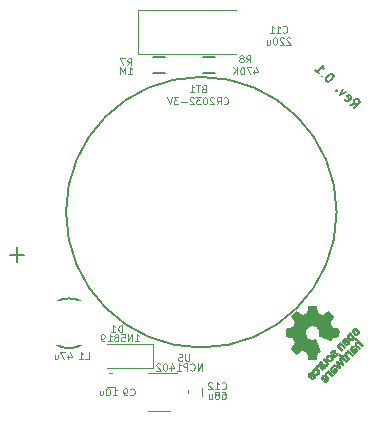
<source format=gbo>
G04 #@! TF.GenerationSoftware,KiCad,Pcbnew,no-vcs-found-7518~57~ubuntu16.04.1*
G04 #@! TF.CreationDate,2017-01-25T15:55:48+02:00*
G04 #@! TF.ProjectId,temperature_humidity,74656D70657261747572655F68756D69,rev?*
G04 #@! TF.FileFunction,Legend,Bot*
G04 #@! TF.FilePolarity,Positive*
%FSLAX46Y46*%
G04 Gerber Fmt 4.6, Leading zero omitted, Abs format (unit mm)*
G04 Created by KiCad (PCBNEW no-vcs-found-7518~57~ubuntu16.04.1) date Wed Jan 25 15:55:48 2017*
%MOMM*%
%LPD*%
G01*
G04 APERTURE LIST*
%ADD10C,0.100000*%
%ADD11C,0.150000*%
%ADD12C,0.010000*%
%ADD13C,0.152400*%
%ADD14C,0.120000*%
%ADD15R,3.549600X5.175200*%
%ADD16R,1.600000X1.150000*%
%ADD17R,4.150000X2.900000*%
%ADD18R,1.150000X1.600000*%
%ADD19R,1.300000X1.600000*%
%ADD20R,2.000000X3.800000*%
%ADD21R,1.460000X1.050000*%
%ADD22R,1.600000X1.300000*%
G04 APERTURE END LIST*
D10*
D11*
X129450558Y-77762369D02*
X129908494Y-77681557D01*
X129773807Y-78085618D02*
X130339492Y-77519932D01*
X130123993Y-77304433D01*
X130043181Y-77277496D01*
X129989306Y-77277496D01*
X129908494Y-77304433D01*
X129827682Y-77385245D01*
X129800744Y-77466057D01*
X129800744Y-77519932D01*
X129827682Y-77600744D01*
X130043181Y-77816244D01*
X129019560Y-77277496D02*
X129046497Y-77358308D01*
X129154247Y-77466057D01*
X129235059Y-77492995D01*
X129315871Y-77466057D01*
X129531370Y-77250558D01*
X129558308Y-77169746D01*
X129531370Y-77088934D01*
X129423621Y-76981184D01*
X129342809Y-76954247D01*
X129261996Y-76981184D01*
X129208122Y-77035059D01*
X129423621Y-77358308D01*
X129154247Y-76711810D02*
X128642436Y-76954247D01*
X128884873Y-76442436D01*
X128346125Y-76550186D02*
X128292250Y-76550186D01*
X128292250Y-76604061D01*
X128346125Y-76604061D01*
X128346125Y-76550186D01*
X128292250Y-76604061D01*
X128049813Y-75230253D02*
X127995938Y-75176378D01*
X127915126Y-75149441D01*
X127861251Y-75149441D01*
X127780439Y-75176378D01*
X127645752Y-75257190D01*
X127511065Y-75391877D01*
X127430253Y-75526564D01*
X127403316Y-75607377D01*
X127403316Y-75661251D01*
X127430253Y-75742064D01*
X127484128Y-75795938D01*
X127564940Y-75822876D01*
X127618815Y-75822876D01*
X127699627Y-75795938D01*
X127834314Y-75715126D01*
X127969001Y-75580439D01*
X128049813Y-75445752D01*
X128076751Y-75364940D01*
X128076751Y-75311065D01*
X128049813Y-75230253D01*
X127107004Y-75311065D02*
X127053129Y-75311065D01*
X127053129Y-75364940D01*
X127107004Y-75364940D01*
X127107004Y-75311065D01*
X127053129Y-75364940D01*
X126487444Y-74799255D02*
X126810693Y-75122503D01*
X126649068Y-74960879D02*
X127214754Y-74395194D01*
X127187816Y-74529881D01*
X127187816Y-74637630D01*
X127214754Y-74718442D01*
D12*
G36*
X129188566Y-97289174D02*
X129179081Y-97317182D01*
X129172102Y-97356439D01*
X129172853Y-97390888D01*
X129183413Y-97424527D01*
X129205864Y-97461355D01*
X129242287Y-97505369D01*
X129294763Y-97560572D01*
X129317829Y-97583797D01*
X129368790Y-97634291D01*
X129406010Y-97669579D01*
X129433198Y-97692563D01*
X129454063Y-97706147D01*
X129472314Y-97713234D01*
X129486765Y-97716068D01*
X129560610Y-97715766D01*
X129626386Y-97694225D01*
X129680136Y-97653780D01*
X129717903Y-97596763D01*
X129726111Y-97574942D01*
X129743320Y-97520263D01*
X130036906Y-97813849D01*
X129997108Y-97826517D01*
X129952047Y-97850586D01*
X129906874Y-97890381D01*
X129869414Y-97937770D01*
X129848528Y-97980959D01*
X129843191Y-98028770D01*
X129850874Y-98081865D01*
X129852287Y-98086692D01*
X129859784Y-98108589D01*
X129869338Y-98128661D01*
X129883664Y-98150226D01*
X129905471Y-98176601D01*
X129937471Y-98211101D01*
X129982376Y-98257047D01*
X130033401Y-98308261D01*
X130196493Y-98471352D01*
X130294298Y-98373547D01*
X129993573Y-98072823D01*
X129997910Y-98022447D01*
X130007916Y-97975617D01*
X130031479Y-97945357D01*
X130067155Y-97926912D01*
X130090014Y-97920926D01*
X130112763Y-97922208D01*
X130138557Y-97932734D01*
X130170548Y-97954478D01*
X130211885Y-97989416D01*
X130265721Y-98039524D01*
X130300970Y-98073461D01*
X130445451Y-98213503D01*
X130494818Y-98169511D01*
X130544184Y-98125519D01*
X129661371Y-97242706D01*
X129563567Y-97340510D01*
X129610291Y-97392222D01*
X129636053Y-97434787D01*
X129641615Y-97471739D01*
X129627741Y-97506600D01*
X129605218Y-97533316D01*
X129574939Y-97558775D01*
X129546960Y-97567788D01*
X129522863Y-97566824D01*
X129500280Y-97562451D01*
X129479845Y-97552856D01*
X129456395Y-97534231D01*
X129424770Y-97502764D01*
X129399167Y-97475537D01*
X129361237Y-97433881D01*
X129337887Y-97404981D01*
X129325988Y-97383738D01*
X129322412Y-97365050D01*
X129323108Y-97351485D01*
X129338872Y-97307659D01*
X129371869Y-97270129D01*
X129396951Y-97254714D01*
X129434179Y-97251846D01*
X129480880Y-97271987D01*
X129536741Y-97314974D01*
X129563567Y-97340510D01*
X129661371Y-97242706D01*
X129440728Y-97022063D01*
X129391826Y-97070965D01*
X129363627Y-97101487D01*
X129352602Y-97120758D01*
X129356253Y-97133193D01*
X129356489Y-97133433D01*
X129362329Y-97143348D01*
X129352445Y-97151442D01*
X129325920Y-97160658D01*
X129271038Y-97189056D01*
X129222798Y-97234513D01*
X129188566Y-97289174D01*
X129188566Y-97289174D01*
G37*
X129188566Y-97289174D02*
X129179081Y-97317182D01*
X129172102Y-97356439D01*
X129172853Y-97390888D01*
X129183413Y-97424527D01*
X129205864Y-97461355D01*
X129242287Y-97505369D01*
X129294763Y-97560572D01*
X129317829Y-97583797D01*
X129368790Y-97634291D01*
X129406010Y-97669579D01*
X129433198Y-97692563D01*
X129454063Y-97706147D01*
X129472314Y-97713234D01*
X129486765Y-97716068D01*
X129560610Y-97715766D01*
X129626386Y-97694225D01*
X129680136Y-97653780D01*
X129717903Y-97596763D01*
X129726111Y-97574942D01*
X129743320Y-97520263D01*
X130036906Y-97813849D01*
X129997108Y-97826517D01*
X129952047Y-97850586D01*
X129906874Y-97890381D01*
X129869414Y-97937770D01*
X129848528Y-97980959D01*
X129843191Y-98028770D01*
X129850874Y-98081865D01*
X129852287Y-98086692D01*
X129859784Y-98108589D01*
X129869338Y-98128661D01*
X129883664Y-98150226D01*
X129905471Y-98176601D01*
X129937471Y-98211101D01*
X129982376Y-98257047D01*
X130033401Y-98308261D01*
X130196493Y-98471352D01*
X130294298Y-98373547D01*
X129993573Y-98072823D01*
X129997910Y-98022447D01*
X130007916Y-97975617D01*
X130031479Y-97945357D01*
X130067155Y-97926912D01*
X130090014Y-97920926D01*
X130112763Y-97922208D01*
X130138557Y-97932734D01*
X130170548Y-97954478D01*
X130211885Y-97989416D01*
X130265721Y-98039524D01*
X130300970Y-98073461D01*
X130445451Y-98213503D01*
X130494818Y-98169511D01*
X130544184Y-98125519D01*
X129661371Y-97242706D01*
X129563567Y-97340510D01*
X129610291Y-97392222D01*
X129636053Y-97434787D01*
X129641615Y-97471739D01*
X129627741Y-97506600D01*
X129605218Y-97533316D01*
X129574939Y-97558775D01*
X129546960Y-97567788D01*
X129522863Y-97566824D01*
X129500280Y-97562451D01*
X129479845Y-97552856D01*
X129456395Y-97534231D01*
X129424770Y-97502764D01*
X129399167Y-97475537D01*
X129361237Y-97433881D01*
X129337887Y-97404981D01*
X129325988Y-97383738D01*
X129322412Y-97365050D01*
X129323108Y-97351485D01*
X129338872Y-97307659D01*
X129371869Y-97270129D01*
X129396951Y-97254714D01*
X129434179Y-97251846D01*
X129480880Y-97271987D01*
X129536741Y-97314974D01*
X129563567Y-97340510D01*
X129661371Y-97242706D01*
X129440728Y-97022063D01*
X129391826Y-97070965D01*
X129363627Y-97101487D01*
X129352602Y-97120758D01*
X129356253Y-97133193D01*
X129356489Y-97133433D01*
X129362329Y-97143348D01*
X129352445Y-97151442D01*
X129325920Y-97160658D01*
X129271038Y-97189056D01*
X129222798Y-97234513D01*
X129188566Y-97289174D01*
G36*
X129480476Y-98322907D02*
X129449808Y-98375897D01*
X129438195Y-98427969D01*
X129442221Y-98476935D01*
X129446543Y-98495229D01*
X129453232Y-98512231D01*
X129464779Y-98530990D01*
X129483679Y-98554550D01*
X129512427Y-98585959D01*
X129553516Y-98628264D01*
X129609439Y-98684513D01*
X129624317Y-98699396D01*
X129796383Y-98871462D01*
X129839061Y-98828784D01*
X129864377Y-98799655D01*
X129879675Y-98774697D01*
X129881740Y-98766675D01*
X129890385Y-98747748D01*
X129909607Y-98738807D01*
X129939210Y-98722042D01*
X129975469Y-98690949D01*
X130011673Y-98652503D01*
X130041112Y-98613675D01*
X130055018Y-98587725D01*
X130068825Y-98524408D01*
X130058570Y-98465954D01*
X130023727Y-98409443D01*
X130022655Y-98408169D01*
X130001441Y-98388856D01*
X129915457Y-98474840D01*
X129930989Y-98505404D01*
X129931716Y-98530620D01*
X129916949Y-98565008D01*
X129888423Y-98601365D01*
X129853414Y-98632519D01*
X129819196Y-98651298D01*
X129806819Y-98653769D01*
X129770960Y-98643856D01*
X129741657Y-98621127D01*
X129707470Y-98586939D01*
X129756657Y-98537752D01*
X129806984Y-98494619D01*
X129852599Y-98469387D01*
X129890522Y-98463236D01*
X129915457Y-98474840D01*
X130001441Y-98388856D01*
X129970408Y-98360606D01*
X129914491Y-98337608D01*
X129853708Y-98338714D01*
X129846716Y-98340276D01*
X129819499Y-98349817D01*
X129791398Y-98367214D01*
X129756994Y-98396415D01*
X129718616Y-98433598D01*
X129636339Y-98515809D01*
X129601862Y-98481332D01*
X129578600Y-98451094D01*
X129569581Y-98424269D01*
X129569669Y-98422273D01*
X129581641Y-98394623D01*
X129608507Y-98361679D01*
X129643049Y-98330124D01*
X129678048Y-98306639D01*
X129704032Y-98297920D01*
X129720350Y-98295435D01*
X129731599Y-98286826D01*
X129739635Y-98267459D01*
X129746312Y-98232693D01*
X129753490Y-98177890D01*
X129754104Y-98172816D01*
X129744393Y-98166019D01*
X129718505Y-98164451D01*
X129684770Y-98167676D01*
X129651513Y-98175262D01*
X129642065Y-98178647D01*
X129612613Y-98196003D01*
X129574005Y-98225984D01*
X129533960Y-98262568D01*
X129532164Y-98264357D01*
X129480476Y-98322907D01*
X129480476Y-98322907D01*
G37*
X129480476Y-98322907D02*
X129449808Y-98375897D01*
X129438195Y-98427969D01*
X129442221Y-98476935D01*
X129446543Y-98495229D01*
X129453232Y-98512231D01*
X129464779Y-98530990D01*
X129483679Y-98554550D01*
X129512427Y-98585959D01*
X129553516Y-98628264D01*
X129609439Y-98684513D01*
X129624317Y-98699396D01*
X129796383Y-98871462D01*
X129839061Y-98828784D01*
X129864377Y-98799655D01*
X129879675Y-98774697D01*
X129881740Y-98766675D01*
X129890385Y-98747748D01*
X129909607Y-98738807D01*
X129939210Y-98722042D01*
X129975469Y-98690949D01*
X130011673Y-98652503D01*
X130041112Y-98613675D01*
X130055018Y-98587725D01*
X130068825Y-98524408D01*
X130058570Y-98465954D01*
X130023727Y-98409443D01*
X130022655Y-98408169D01*
X130001441Y-98388856D01*
X129915457Y-98474840D01*
X129930989Y-98505404D01*
X129931716Y-98530620D01*
X129916949Y-98565008D01*
X129888423Y-98601365D01*
X129853414Y-98632519D01*
X129819196Y-98651298D01*
X129806819Y-98653769D01*
X129770960Y-98643856D01*
X129741657Y-98621127D01*
X129707470Y-98586939D01*
X129756657Y-98537752D01*
X129806984Y-98494619D01*
X129852599Y-98469387D01*
X129890522Y-98463236D01*
X129915457Y-98474840D01*
X130001441Y-98388856D01*
X129970408Y-98360606D01*
X129914491Y-98337608D01*
X129853708Y-98338714D01*
X129846716Y-98340276D01*
X129819499Y-98349817D01*
X129791398Y-98367214D01*
X129756994Y-98396415D01*
X129718616Y-98433598D01*
X129636339Y-98515809D01*
X129601862Y-98481332D01*
X129578600Y-98451094D01*
X129569581Y-98424269D01*
X129569669Y-98422273D01*
X129581641Y-98394623D01*
X129608507Y-98361679D01*
X129643049Y-98330124D01*
X129678048Y-98306639D01*
X129704032Y-98297920D01*
X129720350Y-98295435D01*
X129731599Y-98286826D01*
X129739635Y-98267459D01*
X129746312Y-98232693D01*
X129753490Y-98177890D01*
X129754104Y-98172816D01*
X129744393Y-98166019D01*
X129718505Y-98164451D01*
X129684770Y-98167676D01*
X129651513Y-98175262D01*
X129642065Y-98178647D01*
X129612613Y-98196003D01*
X129574005Y-98225984D01*
X129533960Y-98262568D01*
X129532164Y-98264357D01*
X129480476Y-98322907D01*
G36*
X129201601Y-98596783D02*
X129192283Y-98614077D01*
X129196757Y-98627129D01*
X129200532Y-98631265D01*
X129210781Y-98643054D01*
X129207209Y-98650085D01*
X129185336Y-98656850D01*
X129171668Y-98660196D01*
X129133780Y-98675978D01*
X129096263Y-98702565D01*
X129062235Y-98735752D01*
X129034817Y-98771335D01*
X129017123Y-98805109D01*
X129012276Y-98832872D01*
X129023392Y-98850419D01*
X129028895Y-98852676D01*
X129056835Y-98856957D01*
X129094993Y-98858427D01*
X129101514Y-98858312D01*
X129133727Y-98855554D01*
X129153572Y-98845227D01*
X129171348Y-98820808D01*
X129177594Y-98810149D01*
X129198595Y-98778546D01*
X129219473Y-98762436D01*
X129243497Y-98755225D01*
X129269085Y-98752200D01*
X129293809Y-98755852D01*
X129320932Y-98768330D01*
X129353713Y-98791785D01*
X129395416Y-98828368D01*
X129449297Y-98880228D01*
X129481319Y-98912052D01*
X129618556Y-99049289D01*
X129707469Y-98960376D01*
X129271793Y-98524700D01*
X129227336Y-98569156D01*
X129201601Y-98596783D01*
X129201601Y-98596783D01*
G37*
X129201601Y-98596783D02*
X129192283Y-98614077D01*
X129196757Y-98627129D01*
X129200532Y-98631265D01*
X129210781Y-98643054D01*
X129207209Y-98650085D01*
X129185336Y-98656850D01*
X129171668Y-98660196D01*
X129133780Y-98675978D01*
X129096263Y-98702565D01*
X129062235Y-98735752D01*
X129034817Y-98771335D01*
X129017123Y-98805109D01*
X129012276Y-98832872D01*
X129023392Y-98850419D01*
X129028895Y-98852676D01*
X129056835Y-98856957D01*
X129094993Y-98858427D01*
X129101514Y-98858312D01*
X129133727Y-98855554D01*
X129153572Y-98845227D01*
X129171348Y-98820808D01*
X129177594Y-98810149D01*
X129198595Y-98778546D01*
X129219473Y-98762436D01*
X129243497Y-98755225D01*
X129269085Y-98752200D01*
X129293809Y-98755852D01*
X129320932Y-98768330D01*
X129353713Y-98791785D01*
X129395416Y-98828368D01*
X129449297Y-98880228D01*
X129481319Y-98912052D01*
X129618556Y-99049289D01*
X129707469Y-98960376D01*
X129271793Y-98524700D01*
X129227336Y-98569156D01*
X129201601Y-98596783D01*
G36*
X129076184Y-99591661D02*
X129125086Y-99542759D01*
X129152638Y-99513542D01*
X129163975Y-99495313D01*
X129161813Y-99482505D01*
X129157164Y-99477032D01*
X129147913Y-99465985D01*
X129151626Y-99458378D01*
X129172758Y-99449760D01*
X129190164Y-99444033D01*
X129248410Y-99413460D01*
X129297485Y-99365986D01*
X129326413Y-99316419D01*
X129338029Y-99254940D01*
X129329090Y-99190281D01*
X129300940Y-99131619D01*
X129298901Y-99128804D01*
X129274688Y-99100059D01*
X129237803Y-99060919D01*
X129208963Y-99032260D01*
X129111839Y-99129384D01*
X129147800Y-99169846D01*
X129174177Y-99206459D01*
X129185034Y-99231174D01*
X129183126Y-99281692D01*
X129160716Y-99321528D01*
X129121574Y-99346578D01*
X129073131Y-99352987D01*
X129048609Y-99349239D01*
X129025667Y-99338444D01*
X128998201Y-99316667D01*
X128960519Y-99280386D01*
X128925151Y-99242511D01*
X128896287Y-99207021D01*
X128879448Y-99180792D01*
X128878301Y-99178080D01*
X128874291Y-99136196D01*
X128889332Y-99095958D01*
X128918224Y-99062998D01*
X128955765Y-99042948D01*
X128996754Y-99041441D01*
X129002887Y-99043165D01*
X129033738Y-99060219D01*
X129071938Y-99090900D01*
X129111839Y-99129384D01*
X129208963Y-99032260D01*
X129194340Y-99017729D01*
X129170382Y-98995050D01*
X129108347Y-98941712D01*
X129055998Y-98907438D01*
X129008945Y-98890454D01*
X128962797Y-98888986D01*
X128927133Y-98896697D01*
X128887007Y-98917174D01*
X128845950Y-98951492D01*
X128810104Y-98992828D01*
X128785608Y-99034359D01*
X128778355Y-99061992D01*
X128776634Y-99096502D01*
X128569378Y-98889245D01*
X128471573Y-98987050D01*
X129076184Y-99591661D01*
X129076184Y-99591661D01*
G37*
X129076184Y-99591661D02*
X129125086Y-99542759D01*
X129152638Y-99513542D01*
X129163975Y-99495313D01*
X129161813Y-99482505D01*
X129157164Y-99477032D01*
X129147913Y-99465985D01*
X129151626Y-99458378D01*
X129172758Y-99449760D01*
X129190164Y-99444033D01*
X129248410Y-99413460D01*
X129297485Y-99365986D01*
X129326413Y-99316419D01*
X129338029Y-99254940D01*
X129329090Y-99190281D01*
X129300940Y-99131619D01*
X129298901Y-99128804D01*
X129274688Y-99100059D01*
X129237803Y-99060919D01*
X129208963Y-99032260D01*
X129111839Y-99129384D01*
X129147800Y-99169846D01*
X129174177Y-99206459D01*
X129185034Y-99231174D01*
X129183126Y-99281692D01*
X129160716Y-99321528D01*
X129121574Y-99346578D01*
X129073131Y-99352987D01*
X129048609Y-99349239D01*
X129025667Y-99338444D01*
X128998201Y-99316667D01*
X128960519Y-99280386D01*
X128925151Y-99242511D01*
X128896287Y-99207021D01*
X128879448Y-99180792D01*
X128878301Y-99178080D01*
X128874291Y-99136196D01*
X128889332Y-99095958D01*
X128918224Y-99062998D01*
X128955765Y-99042948D01*
X128996754Y-99041441D01*
X129002887Y-99043165D01*
X129033738Y-99060219D01*
X129071938Y-99090900D01*
X129111839Y-99129384D01*
X129208963Y-99032260D01*
X129194340Y-99017729D01*
X129170382Y-98995050D01*
X129108347Y-98941712D01*
X129055998Y-98907438D01*
X129008945Y-98890454D01*
X128962797Y-98888986D01*
X128927133Y-98896697D01*
X128887007Y-98917174D01*
X128845950Y-98951492D01*
X128810104Y-98992828D01*
X128785608Y-99034359D01*
X128778355Y-99061992D01*
X128776634Y-99096502D01*
X128569378Y-98889245D01*
X128471573Y-98987050D01*
X129076184Y-99591661D01*
G36*
X128300985Y-99499120D02*
X128268460Y-99536925D01*
X128452142Y-99904506D01*
X128388824Y-99870019D01*
X128349927Y-99848472D01*
X128297673Y-99819043D01*
X128240456Y-99786471D01*
X128209861Y-99768906D01*
X128094214Y-99702279D01*
X127993096Y-99803397D01*
X128118903Y-99868754D01*
X128180800Y-99900882D01*
X128255489Y-99939608D01*
X128333420Y-99979982D01*
X128402926Y-100015960D01*
X128561143Y-100097810D01*
X128605053Y-100059265D01*
X128648962Y-100020721D01*
X128597504Y-99924552D01*
X128565438Y-99864913D01*
X128529934Y-99799317D01*
X128498439Y-99741523D01*
X128497181Y-99739227D01*
X128476752Y-99699155D01*
X128464777Y-99669849D01*
X128463041Y-99655974D01*
X128465191Y-99655630D01*
X128481669Y-99663352D01*
X128515907Y-99680955D01*
X128563632Y-99706190D01*
X128620574Y-99736812D01*
X128651778Y-99753773D01*
X128821487Y-99846357D01*
X128903330Y-99764515D01*
X128762033Y-99492365D01*
X128722424Y-99415996D01*
X128686505Y-99346591D01*
X128655960Y-99287414D01*
X128632471Y-99241731D01*
X128617722Y-99212805D01*
X128613496Y-99204270D01*
X128605258Y-99199443D01*
X128589003Y-99209975D01*
X128561419Y-99238132D01*
X128557273Y-99242712D01*
X128508289Y-99297097D01*
X128598917Y-99455425D01*
X128631872Y-99513264D01*
X128660661Y-99564290D01*
X128682796Y-99604059D01*
X128695793Y-99628126D01*
X128697792Y-99632170D01*
X128690079Y-99632935D01*
X128663531Y-99623480D01*
X128621581Y-99605277D01*
X128567659Y-99579795D01*
X128519773Y-99555951D01*
X128333510Y-99461316D01*
X128300985Y-99499120D01*
X128300985Y-99499120D01*
G37*
X128300985Y-99499120D02*
X128268460Y-99536925D01*
X128452142Y-99904506D01*
X128388824Y-99870019D01*
X128349927Y-99848472D01*
X128297673Y-99819043D01*
X128240456Y-99786471D01*
X128209861Y-99768906D01*
X128094214Y-99702279D01*
X127993096Y-99803397D01*
X128118903Y-99868754D01*
X128180800Y-99900882D01*
X128255489Y-99939608D01*
X128333420Y-99979982D01*
X128402926Y-100015960D01*
X128561143Y-100097810D01*
X128605053Y-100059265D01*
X128648962Y-100020721D01*
X128597504Y-99924552D01*
X128565438Y-99864913D01*
X128529934Y-99799317D01*
X128498439Y-99741523D01*
X128497181Y-99739227D01*
X128476752Y-99699155D01*
X128464777Y-99669849D01*
X128463041Y-99655974D01*
X128465191Y-99655630D01*
X128481669Y-99663352D01*
X128515907Y-99680955D01*
X128563632Y-99706190D01*
X128620574Y-99736812D01*
X128651778Y-99753773D01*
X128821487Y-99846357D01*
X128903330Y-99764515D01*
X128762033Y-99492365D01*
X128722424Y-99415996D01*
X128686505Y-99346591D01*
X128655960Y-99287414D01*
X128632471Y-99241731D01*
X128617722Y-99212805D01*
X128613496Y-99204270D01*
X128605258Y-99199443D01*
X128589003Y-99209975D01*
X128561419Y-99238132D01*
X128557273Y-99242712D01*
X128508289Y-99297097D01*
X128598917Y-99455425D01*
X128631872Y-99513264D01*
X128660661Y-99564290D01*
X128682796Y-99604059D01*
X128695793Y-99628126D01*
X128697792Y-99632170D01*
X128690079Y-99632935D01*
X128663531Y-99623480D01*
X128621581Y-99605277D01*
X128567659Y-99579795D01*
X128519773Y-99555951D01*
X128333510Y-99461316D01*
X128300985Y-99499120D01*
G36*
X127766619Y-100035154D02*
X127738245Y-100081733D01*
X127732235Y-100097389D01*
X127723868Y-100131019D01*
X127721977Y-100161362D01*
X127728346Y-100191578D01*
X127744748Y-100224831D01*
X127772963Y-100264281D01*
X127814770Y-100313091D01*
X127871948Y-100374422D01*
X127910738Y-100414791D01*
X128078994Y-100588851D01*
X128128576Y-100539269D01*
X128157394Y-100507928D01*
X128168581Y-100488120D01*
X128165348Y-100476877D01*
X128159636Y-100466935D01*
X128170587Y-100458978D01*
X128189745Y-100452371D01*
X128231615Y-100429740D01*
X128275655Y-100390884D01*
X128315011Y-100343049D01*
X128342824Y-100293482D01*
X128344785Y-100288502D01*
X128355304Y-100228300D01*
X128344083Y-100170457D01*
X128314443Y-100119365D01*
X128299122Y-100105682D01*
X128211609Y-100193195D01*
X128223414Y-100220423D01*
X128214538Y-100257271D01*
X128185158Y-100301663D01*
X128166442Y-100322372D01*
X128131039Y-100352673D01*
X128099286Y-100364594D01*
X128089244Y-100365208D01*
X128049168Y-100353998D01*
X128022560Y-100334088D01*
X127991440Y-100302969D01*
X128034785Y-100259624D01*
X128087740Y-100211806D01*
X128131158Y-100184542D01*
X128167635Y-100176358D01*
X128178941Y-100177665D01*
X128211609Y-100193195D01*
X128299122Y-100105682D01*
X128269711Y-100079418D01*
X128213210Y-100055009D01*
X128163978Y-100049562D01*
X128138898Y-100051002D01*
X128118150Y-100056214D01*
X128096523Y-100068368D01*
X128068810Y-100090630D01*
X128029803Y-100126169D01*
X128014520Y-100140454D01*
X127918690Y-100230219D01*
X127890739Y-100201996D01*
X127864809Y-100168878D01*
X127859950Y-100138033D01*
X127874796Y-100100378D01*
X127875297Y-100099470D01*
X127908029Y-100057769D01*
X127950306Y-100027208D01*
X127991614Y-100014386D01*
X128009507Y-100010559D01*
X128020231Y-99997889D01*
X128028041Y-99969700D01*
X128031419Y-99951940D01*
X128036728Y-99915901D01*
X128038017Y-99891578D01*
X128036774Y-99886225D01*
X128011249Y-99877623D01*
X127965870Y-99882244D01*
X127948135Y-99886228D01*
X127905076Y-99905603D01*
X127856297Y-99940965D01*
X127808057Y-99986190D01*
X127766619Y-100035154D01*
X127766619Y-100035154D01*
G37*
X127766619Y-100035154D02*
X127738245Y-100081733D01*
X127732235Y-100097389D01*
X127723868Y-100131019D01*
X127721977Y-100161362D01*
X127728346Y-100191578D01*
X127744748Y-100224831D01*
X127772963Y-100264281D01*
X127814770Y-100313091D01*
X127871948Y-100374422D01*
X127910738Y-100414791D01*
X128078994Y-100588851D01*
X128128576Y-100539269D01*
X128157394Y-100507928D01*
X128168581Y-100488120D01*
X128165348Y-100476877D01*
X128159636Y-100466935D01*
X128170587Y-100458978D01*
X128189745Y-100452371D01*
X128231615Y-100429740D01*
X128275655Y-100390884D01*
X128315011Y-100343049D01*
X128342824Y-100293482D01*
X128344785Y-100288502D01*
X128355304Y-100228300D01*
X128344083Y-100170457D01*
X128314443Y-100119365D01*
X128299122Y-100105682D01*
X128211609Y-100193195D01*
X128223414Y-100220423D01*
X128214538Y-100257271D01*
X128185158Y-100301663D01*
X128166442Y-100322372D01*
X128131039Y-100352673D01*
X128099286Y-100364594D01*
X128089244Y-100365208D01*
X128049168Y-100353998D01*
X128022560Y-100334088D01*
X127991440Y-100302969D01*
X128034785Y-100259624D01*
X128087740Y-100211806D01*
X128131158Y-100184542D01*
X128167635Y-100176358D01*
X128178941Y-100177665D01*
X128211609Y-100193195D01*
X128299122Y-100105682D01*
X128269711Y-100079418D01*
X128213210Y-100055009D01*
X128163978Y-100049562D01*
X128138898Y-100051002D01*
X128118150Y-100056214D01*
X128096523Y-100068368D01*
X128068810Y-100090630D01*
X128029803Y-100126169D01*
X128014520Y-100140454D01*
X127918690Y-100230219D01*
X127890739Y-100201996D01*
X127864809Y-100168878D01*
X127859950Y-100138033D01*
X127874796Y-100100378D01*
X127875297Y-100099470D01*
X127908029Y-100057769D01*
X127950306Y-100027208D01*
X127991614Y-100014386D01*
X128009507Y-100010559D01*
X128020231Y-99997889D01*
X128028041Y-99969700D01*
X128031419Y-99951940D01*
X128036728Y-99915901D01*
X128038017Y-99891578D01*
X128036774Y-99886225D01*
X128011249Y-99877623D01*
X127965870Y-99882244D01*
X127948135Y-99886228D01*
X127905076Y-99905603D01*
X127856297Y-99940965D01*
X127808057Y-99986190D01*
X127766619Y-100035154D01*
G36*
X127341807Y-100454407D02*
X127314364Y-100495326D01*
X127304882Y-100524763D01*
X127300988Y-100561810D01*
X127366884Y-100569457D01*
X127407109Y-100573770D01*
X127430166Y-100572441D01*
X127443944Y-100561984D01*
X127456329Y-100538908D01*
X127461629Y-100527562D01*
X127491099Y-100489168D01*
X127531737Y-100467657D01*
X127576156Y-100466448D01*
X127586750Y-100469631D01*
X127609033Y-100483843D01*
X127645778Y-100514357D01*
X127694453Y-100558937D01*
X127752529Y-100615344D01*
X127760684Y-100623475D01*
X127902527Y-100765318D01*
X128000331Y-100667513D01*
X127564655Y-100231837D01*
X127515753Y-100280740D01*
X127488292Y-100309674D01*
X127476879Y-100327640D01*
X127478865Y-100340490D01*
X127485279Y-100348071D01*
X127503707Y-100366499D01*
X127461852Y-100371498D01*
X127422417Y-100385789D01*
X127380113Y-100415660D01*
X127341807Y-100454407D01*
X127341807Y-100454407D01*
G37*
X127341807Y-100454407D02*
X127314364Y-100495326D01*
X127304882Y-100524763D01*
X127300988Y-100561810D01*
X127366884Y-100569457D01*
X127407109Y-100573770D01*
X127430166Y-100572441D01*
X127443944Y-100561984D01*
X127456329Y-100538908D01*
X127461629Y-100527562D01*
X127491099Y-100489168D01*
X127531737Y-100467657D01*
X127576156Y-100466448D01*
X127586750Y-100469631D01*
X127609033Y-100483843D01*
X127645778Y-100514357D01*
X127694453Y-100558937D01*
X127752529Y-100615344D01*
X127760684Y-100623475D01*
X127902527Y-100765318D01*
X128000331Y-100667513D01*
X127564655Y-100231837D01*
X127515753Y-100280740D01*
X127488292Y-100309674D01*
X127476879Y-100327640D01*
X127478865Y-100340490D01*
X127485279Y-100348071D01*
X127503707Y-100366499D01*
X127461852Y-100371498D01*
X127422417Y-100385789D01*
X127380113Y-100415660D01*
X127341807Y-100454407D01*
G36*
X127063319Y-100737822D02*
X127031869Y-100791372D01*
X127019081Y-100849770D01*
X127018883Y-100884039D01*
X127030906Y-100952563D01*
X127061434Y-101015472D01*
X127113301Y-101078463D01*
X127117915Y-101083134D01*
X127164545Y-101129864D01*
X127433213Y-100861196D01*
X127451938Y-100891373D01*
X127463741Y-100923859D01*
X127468718Y-100965031D01*
X127468615Y-100972500D01*
X127456019Y-101024969D01*
X127422300Y-101065449D01*
X127366480Y-101095037D01*
X127355709Y-101098744D01*
X127322768Y-101110208D01*
X127301780Y-101118962D01*
X127298619Y-101120990D01*
X127295056Y-101135542D01*
X127291223Y-101166258D01*
X127289799Y-101182372D01*
X127288501Y-101217415D01*
X127293675Y-101234523D01*
X127308065Y-101240630D01*
X127313081Y-101241219D01*
X127340338Y-101238491D01*
X127379984Y-101228658D01*
X127405940Y-101220105D01*
X127470248Y-101186458D01*
X127529439Y-101137202D01*
X127574906Y-101079964D01*
X127585072Y-101061367D01*
X127605731Y-100993001D01*
X127602022Y-100923303D01*
X127573777Y-100851724D01*
X127520832Y-100777719D01*
X127488797Y-100743372D01*
X127437098Y-100698425D01*
X127351842Y-100783680D01*
X127347168Y-100795498D01*
X127327806Y-100820466D01*
X127297235Y-100854345D01*
X127275687Y-100876461D01*
X127236145Y-100915457D01*
X127210081Y-100938964D01*
X127193513Y-100949590D01*
X127182455Y-100949942D01*
X127173577Y-100943285D01*
X127157273Y-100911736D01*
X127152818Y-100868898D01*
X127159914Y-100825502D01*
X127177745Y-100792822D01*
X127218634Y-100765105D01*
X127267369Y-100754450D01*
X127315404Y-100761307D01*
X127351842Y-100783680D01*
X127437098Y-100698425D01*
X127413512Y-100677919D01*
X127342276Y-100637026D01*
X127274322Y-100620571D01*
X127208886Y-100628429D01*
X127145202Y-100660478D01*
X127116225Y-100683362D01*
X127063319Y-100737822D01*
X127063319Y-100737822D01*
G37*
X127063319Y-100737822D02*
X127031869Y-100791372D01*
X127019081Y-100849770D01*
X127018883Y-100884039D01*
X127030906Y-100952563D01*
X127061434Y-101015472D01*
X127113301Y-101078463D01*
X127117915Y-101083134D01*
X127164545Y-101129864D01*
X127433213Y-100861196D01*
X127451938Y-100891373D01*
X127463741Y-100923859D01*
X127468718Y-100965031D01*
X127468615Y-100972500D01*
X127456019Y-101024969D01*
X127422300Y-101065449D01*
X127366480Y-101095037D01*
X127355709Y-101098744D01*
X127322768Y-101110208D01*
X127301780Y-101118962D01*
X127298619Y-101120990D01*
X127295056Y-101135542D01*
X127291223Y-101166258D01*
X127289799Y-101182372D01*
X127288501Y-101217415D01*
X127293675Y-101234523D01*
X127308065Y-101240630D01*
X127313081Y-101241219D01*
X127340338Y-101238491D01*
X127379984Y-101228658D01*
X127405940Y-101220105D01*
X127470248Y-101186458D01*
X127529439Y-101137202D01*
X127574906Y-101079964D01*
X127585072Y-101061367D01*
X127605731Y-100993001D01*
X127602022Y-100923303D01*
X127573777Y-100851724D01*
X127520832Y-100777719D01*
X127488797Y-100743372D01*
X127437098Y-100698425D01*
X127351842Y-100783680D01*
X127347168Y-100795498D01*
X127327806Y-100820466D01*
X127297235Y-100854345D01*
X127275687Y-100876461D01*
X127236145Y-100915457D01*
X127210081Y-100938964D01*
X127193513Y-100949590D01*
X127182455Y-100949942D01*
X127173577Y-100943285D01*
X127157273Y-100911736D01*
X127152818Y-100868898D01*
X127159914Y-100825502D01*
X127177745Y-100792822D01*
X127218634Y-100765105D01*
X127267369Y-100754450D01*
X127315404Y-100761307D01*
X127351842Y-100783680D01*
X127437098Y-100698425D01*
X127413512Y-100677919D01*
X127342276Y-100637026D01*
X127274322Y-100620571D01*
X127208886Y-100628429D01*
X127145202Y-100660478D01*
X127116225Y-100683362D01*
X127063319Y-100737822D01*
G36*
X129630838Y-96841195D02*
X129604888Y-96908274D01*
X129603914Y-96977925D01*
X129627919Y-97050249D01*
X129676905Y-97125350D01*
X129685656Y-97135974D01*
X129753221Y-97205005D01*
X129822595Y-97255363D01*
X129890289Y-97284710D01*
X129916164Y-97290052D01*
X129984959Y-97287324D01*
X130051897Y-97263176D01*
X130111728Y-97221102D01*
X130159198Y-97164602D01*
X130184810Y-97111177D01*
X130195358Y-97053758D01*
X130192406Y-96995256D01*
X130192168Y-96994056D01*
X130184483Y-96963812D01*
X130172742Y-96937411D01*
X130153114Y-96908905D01*
X130121764Y-96872343D01*
X130095067Y-96843349D01*
X130070292Y-96817620D01*
X129981396Y-96906515D01*
X130005666Y-96932522D01*
X130035975Y-96969139D01*
X130051887Y-96996179D01*
X130057131Y-97021491D01*
X130056659Y-97039814D01*
X130042031Y-97091816D01*
X130009669Y-97129172D01*
X129963760Y-97148191D01*
X129932461Y-97149356D01*
X129905581Y-97145870D01*
X129884212Y-97138183D01*
X129862301Y-97122279D01*
X129833801Y-97094138D01*
X129808645Y-97067131D01*
X129773377Y-97027883D01*
X129752367Y-97000562D01*
X129742291Y-96979112D01*
X129739828Y-96957480D01*
X129740537Y-96942997D01*
X129754221Y-96893138D01*
X129787594Y-96857961D01*
X129827048Y-96839934D01*
X129873941Y-96837792D01*
X129925302Y-96859939D01*
X129981396Y-96906515D01*
X130070292Y-96817620D01*
X130040741Y-96786928D01*
X129997540Y-96747306D01*
X129961028Y-96721522D01*
X129926776Y-96706618D01*
X129890351Y-96699631D01*
X129878448Y-96698643D01*
X129812211Y-96700654D01*
X129756853Y-96718496D01*
X129704234Y-96755397D01*
X129681766Y-96776581D01*
X129630838Y-96841195D01*
X129630838Y-96841195D01*
G37*
X129630838Y-96841195D02*
X129604888Y-96908274D01*
X129603914Y-96977925D01*
X129627919Y-97050249D01*
X129676905Y-97125350D01*
X129685656Y-97135974D01*
X129753221Y-97205005D01*
X129822595Y-97255363D01*
X129890289Y-97284710D01*
X129916164Y-97290052D01*
X129984959Y-97287324D01*
X130051897Y-97263176D01*
X130111728Y-97221102D01*
X130159198Y-97164602D01*
X130184810Y-97111177D01*
X130195358Y-97053758D01*
X130192406Y-96995256D01*
X130192168Y-96994056D01*
X130184483Y-96963812D01*
X130172742Y-96937411D01*
X130153114Y-96908905D01*
X130121764Y-96872343D01*
X130095067Y-96843349D01*
X130070292Y-96817620D01*
X129981396Y-96906515D01*
X130005666Y-96932522D01*
X130035975Y-96969139D01*
X130051887Y-96996179D01*
X130057131Y-97021491D01*
X130056659Y-97039814D01*
X130042031Y-97091816D01*
X130009669Y-97129172D01*
X129963760Y-97148191D01*
X129932461Y-97149356D01*
X129905581Y-97145870D01*
X129884212Y-97138183D01*
X129862301Y-97122279D01*
X129833801Y-97094138D01*
X129808645Y-97067131D01*
X129773377Y-97027883D01*
X129752367Y-97000562D01*
X129742291Y-96979112D01*
X129739828Y-96957480D01*
X129740537Y-96942997D01*
X129754221Y-96893138D01*
X129787594Y-96857961D01*
X129827048Y-96839934D01*
X129873941Y-96837792D01*
X129925302Y-96859939D01*
X129981396Y-96906515D01*
X130070292Y-96817620D01*
X130040741Y-96786928D01*
X129997540Y-96747306D01*
X129961028Y-96721522D01*
X129926776Y-96706618D01*
X129890351Y-96699631D01*
X129878448Y-96698643D01*
X129812211Y-96700654D01*
X129756853Y-96718496D01*
X129704234Y-96755397D01*
X129681766Y-96776581D01*
X129630838Y-96841195D01*
G36*
X128800626Y-97681964D02*
X128795938Y-97694997D01*
X128787735Y-97748128D01*
X128791521Y-97809909D01*
X128805966Y-97867660D01*
X128816403Y-97890414D01*
X128840429Y-97925679D01*
X128872905Y-97964855D01*
X128887293Y-97980056D01*
X128933922Y-98026784D01*
X129202590Y-97758116D01*
X129221315Y-97788295D01*
X129236177Y-97831271D01*
X129236592Y-97880839D01*
X129223453Y-97926177D01*
X129208165Y-97948152D01*
X129178841Y-97969362D01*
X129138518Y-97989333D01*
X129123596Y-97994893D01*
X129066810Y-98013851D01*
X129059142Y-98070822D01*
X129057165Y-98106145D01*
X129061003Y-98129830D01*
X129064540Y-98134371D01*
X129083194Y-98135295D01*
X129117500Y-98130743D01*
X129146740Y-98124715D01*
X129215190Y-98097991D01*
X129277981Y-98054086D01*
X129328402Y-97998754D01*
X129357717Y-97943773D01*
X129373674Y-97872832D01*
X129368355Y-97805759D01*
X129340842Y-97739612D01*
X129290213Y-97671452D01*
X129263812Y-97643498D01*
X129198423Y-97584330D01*
X129196230Y-97582900D01*
X129107205Y-97671925D01*
X129110594Y-97680216D01*
X129103737Y-97693515D01*
X129084333Y-97715679D01*
X129050079Y-97750573D01*
X129036772Y-97763891D01*
X128995786Y-97803913D01*
X128968346Y-97827846D01*
X128951052Y-97838181D01*
X128940500Y-97837407D01*
X128938508Y-97835761D01*
X128929635Y-97815729D01*
X128923353Y-97781517D01*
X128922266Y-97768424D01*
X128924504Y-97726087D01*
X128939852Y-97694972D01*
X128951710Y-97681795D01*
X128993813Y-97656174D01*
X129044346Y-97649912D01*
X129094508Y-97664049D01*
X129095875Y-97664777D01*
X129107205Y-97671925D01*
X129196230Y-97582900D01*
X129139040Y-97545636D01*
X129081171Y-97525037D01*
X129030530Y-97519978D01*
X128958195Y-97531916D01*
X128892525Y-97565310D01*
X128838382Y-97616536D01*
X128800626Y-97681964D01*
X128800626Y-97681964D01*
G37*
X128800626Y-97681964D02*
X128795938Y-97694997D01*
X128787735Y-97748128D01*
X128791521Y-97809909D01*
X128805966Y-97867660D01*
X128816403Y-97890414D01*
X128840429Y-97925679D01*
X128872905Y-97964855D01*
X128887293Y-97980056D01*
X128933922Y-98026784D01*
X129202590Y-97758116D01*
X129221315Y-97788295D01*
X129236177Y-97831271D01*
X129236592Y-97880839D01*
X129223453Y-97926177D01*
X129208165Y-97948152D01*
X129178841Y-97969362D01*
X129138518Y-97989333D01*
X129123596Y-97994893D01*
X129066810Y-98013851D01*
X129059142Y-98070822D01*
X129057165Y-98106145D01*
X129061003Y-98129830D01*
X129064540Y-98134371D01*
X129083194Y-98135295D01*
X129117500Y-98130743D01*
X129146740Y-98124715D01*
X129215190Y-98097991D01*
X129277981Y-98054086D01*
X129328402Y-97998754D01*
X129357717Y-97943773D01*
X129373674Y-97872832D01*
X129368355Y-97805759D01*
X129340842Y-97739612D01*
X129290213Y-97671452D01*
X129263812Y-97643498D01*
X129198423Y-97584330D01*
X129196230Y-97582900D01*
X129107205Y-97671925D01*
X129110594Y-97680216D01*
X129103737Y-97693515D01*
X129084333Y-97715679D01*
X129050079Y-97750573D01*
X129036772Y-97763891D01*
X128995786Y-97803913D01*
X128968346Y-97827846D01*
X128951052Y-97838181D01*
X128940500Y-97837407D01*
X128938508Y-97835761D01*
X128929635Y-97815729D01*
X128923353Y-97781517D01*
X128922266Y-97768424D01*
X128924504Y-97726087D01*
X128939852Y-97694972D01*
X128951710Y-97681795D01*
X128993813Y-97656174D01*
X129044346Y-97649912D01*
X129094508Y-97664049D01*
X129095875Y-97664777D01*
X129107205Y-97671925D01*
X129196230Y-97582900D01*
X129139040Y-97545636D01*
X129081171Y-97525037D01*
X129030530Y-97519978D01*
X128958195Y-97531916D01*
X128892525Y-97565310D01*
X128838382Y-97616536D01*
X128800626Y-97681964D01*
G36*
X127819956Y-98639779D02*
X127792670Y-98679834D01*
X127771095Y-98728121D01*
X127769065Y-98733555D01*
X127756505Y-98773974D01*
X127751104Y-98805262D01*
X127753466Y-98819484D01*
X127772636Y-98827360D01*
X127806305Y-98833597D01*
X127819842Y-98834958D01*
X127874250Y-98839187D01*
X127887511Y-98787758D01*
X127905581Y-98744260D01*
X127934353Y-98701897D01*
X127968033Y-98667358D01*
X128000826Y-98647337D01*
X128011148Y-98644985D01*
X128041491Y-98651191D01*
X128064009Y-98670775D01*
X128071423Y-98696250D01*
X128069271Y-98704781D01*
X128057225Y-98724748D01*
X128033744Y-98757539D01*
X128003508Y-98796671D01*
X127997807Y-98803768D01*
X127951737Y-98869111D01*
X127927701Y-98925883D01*
X127925517Y-98977290D01*
X127945000Y-99026541D01*
X127982341Y-99073153D01*
X128036462Y-99114464D01*
X128094729Y-99131135D01*
X128157295Y-99123151D01*
X128224312Y-99090497D01*
X128286411Y-99041955D01*
X128331442Y-98996761D01*
X128361878Y-98954011D01*
X128378370Y-98920520D01*
X128395136Y-98874134D01*
X128407131Y-98827764D01*
X128409939Y-98809828D01*
X128414839Y-98761381D01*
X128350117Y-98760999D01*
X128285395Y-98760617D01*
X128273024Y-98821396D01*
X128254519Y-98876260D01*
X128224854Y-98924941D01*
X128188201Y-98963601D01*
X128148731Y-98988399D01*
X128110616Y-98995491D01*
X128090229Y-98989702D01*
X128070335Y-98967617D01*
X128072421Y-98933430D01*
X128096466Y-98887217D01*
X128129830Y-98843607D01*
X128179289Y-98774601D01*
X128204854Y-98712158D01*
X128206571Y-98655149D01*
X128184492Y-98602446D01*
X128142282Y-98555994D01*
X128085500Y-98520167D01*
X128026611Y-98509055D01*
X127965243Y-98522713D01*
X127901023Y-98561194D01*
X127860456Y-98596714D01*
X127819956Y-98639779D01*
X127819956Y-98639779D01*
G37*
X127819956Y-98639779D02*
X127792670Y-98679834D01*
X127771095Y-98728121D01*
X127769065Y-98733555D01*
X127756505Y-98773974D01*
X127751104Y-98805262D01*
X127753466Y-98819484D01*
X127772636Y-98827360D01*
X127806305Y-98833597D01*
X127819842Y-98834958D01*
X127874250Y-98839187D01*
X127887511Y-98787758D01*
X127905581Y-98744260D01*
X127934353Y-98701897D01*
X127968033Y-98667358D01*
X128000826Y-98647337D01*
X128011148Y-98644985D01*
X128041491Y-98651191D01*
X128064009Y-98670775D01*
X128071423Y-98696250D01*
X128069271Y-98704781D01*
X128057225Y-98724748D01*
X128033744Y-98757539D01*
X128003508Y-98796671D01*
X127997807Y-98803768D01*
X127951737Y-98869111D01*
X127927701Y-98925883D01*
X127925517Y-98977290D01*
X127945000Y-99026541D01*
X127982341Y-99073153D01*
X128036462Y-99114464D01*
X128094729Y-99131135D01*
X128157295Y-99123151D01*
X128224312Y-99090497D01*
X128286411Y-99041955D01*
X128331442Y-98996761D01*
X128361878Y-98954011D01*
X128378370Y-98920520D01*
X128395136Y-98874134D01*
X128407131Y-98827764D01*
X128409939Y-98809828D01*
X128414839Y-98761381D01*
X128350117Y-98760999D01*
X128285395Y-98760617D01*
X128273024Y-98821396D01*
X128254519Y-98876260D01*
X128224854Y-98924941D01*
X128188201Y-98963601D01*
X128148731Y-98988399D01*
X128110616Y-98995491D01*
X128090229Y-98989702D01*
X128070335Y-98967617D01*
X128072421Y-98933430D01*
X128096466Y-98887217D01*
X128129830Y-98843607D01*
X128179289Y-98774601D01*
X128204854Y-98712158D01*
X128206571Y-98655149D01*
X128184492Y-98602446D01*
X128142282Y-98555994D01*
X128085500Y-98520167D01*
X128026611Y-98509055D01*
X127965243Y-98522713D01*
X127901023Y-98561194D01*
X127860456Y-98596714D01*
X127819956Y-98639779D01*
G36*
X127404783Y-99068531D02*
X127384303Y-99137996D01*
X127387782Y-99211846D01*
X127402649Y-99259870D01*
X127423305Y-99294762D01*
X127458288Y-99338968D01*
X127501924Y-99386556D01*
X127548538Y-99431594D01*
X127592460Y-99468148D01*
X127618254Y-99485336D01*
X127662170Y-99500222D01*
X127718535Y-99506311D01*
X127776138Y-99503324D01*
X127823765Y-99490977D01*
X127824777Y-99490526D01*
X127869696Y-99461023D01*
X127913985Y-99417115D01*
X127948873Y-99368191D01*
X127959430Y-99346385D01*
X127977473Y-99281077D01*
X127976358Y-99220265D01*
X127954975Y-99159661D01*
X127912218Y-99094976D01*
X127886560Y-99064357D01*
X127850885Y-99029315D01*
X127755577Y-99124623D01*
X127803961Y-99179428D01*
X127834036Y-99227986D01*
X127844471Y-99267794D01*
X127841192Y-99285440D01*
X127819393Y-99317257D01*
X127786046Y-99347638D01*
X127751288Y-99367978D01*
X127740098Y-99371237D01*
X127697940Y-99367199D01*
X127650009Y-99344430D01*
X127601634Y-99306764D01*
X127558140Y-99258040D01*
X127536237Y-99224443D01*
X127520885Y-99175522D01*
X127527293Y-99128938D01*
X127552258Y-99090081D01*
X127592579Y-99064346D01*
X127635786Y-99056813D01*
X127663836Y-99058197D01*
X127686123Y-99064921D01*
X127709464Y-99080844D01*
X127740673Y-99109822D01*
X127755577Y-99124623D01*
X127850885Y-99029315D01*
X127810799Y-98989941D01*
X127736996Y-98940596D01*
X127665146Y-98916321D01*
X127595245Y-98917115D01*
X127527290Y-98942976D01*
X127514777Y-98950609D01*
X127448512Y-99005414D01*
X127404783Y-99068531D01*
X127404783Y-99068531D01*
G37*
X127404783Y-99068531D02*
X127384303Y-99137996D01*
X127387782Y-99211846D01*
X127402649Y-99259870D01*
X127423305Y-99294762D01*
X127458288Y-99338968D01*
X127501924Y-99386556D01*
X127548538Y-99431594D01*
X127592460Y-99468148D01*
X127618254Y-99485336D01*
X127662170Y-99500222D01*
X127718535Y-99506311D01*
X127776138Y-99503324D01*
X127823765Y-99490977D01*
X127824777Y-99490526D01*
X127869696Y-99461023D01*
X127913985Y-99417115D01*
X127948873Y-99368191D01*
X127959430Y-99346385D01*
X127977473Y-99281077D01*
X127976358Y-99220265D01*
X127954975Y-99159661D01*
X127912218Y-99094976D01*
X127886560Y-99064357D01*
X127850885Y-99029315D01*
X127755577Y-99124623D01*
X127803961Y-99179428D01*
X127834036Y-99227986D01*
X127844471Y-99267794D01*
X127841192Y-99285440D01*
X127819393Y-99317257D01*
X127786046Y-99347638D01*
X127751288Y-99367978D01*
X127740098Y-99371237D01*
X127697940Y-99367199D01*
X127650009Y-99344430D01*
X127601634Y-99306764D01*
X127558140Y-99258040D01*
X127536237Y-99224443D01*
X127520885Y-99175522D01*
X127527293Y-99128938D01*
X127552258Y-99090081D01*
X127592579Y-99064346D01*
X127635786Y-99056813D01*
X127663836Y-99058197D01*
X127686123Y-99064921D01*
X127709464Y-99080844D01*
X127740673Y-99109822D01*
X127755577Y-99124623D01*
X127850885Y-99029315D01*
X127810799Y-98989941D01*
X127736996Y-98940596D01*
X127665146Y-98916321D01*
X127595245Y-98917115D01*
X127527290Y-98942976D01*
X127514777Y-98950609D01*
X127448512Y-99005414D01*
X127404783Y-99068531D01*
G36*
X127267380Y-99472213D02*
X127331750Y-99538263D01*
X127378210Y-99590864D01*
X127407987Y-99632889D01*
X127422302Y-99667210D01*
X127422381Y-99696698D01*
X127409448Y-99724227D01*
X127386263Y-99751140D01*
X127357940Y-99775285D01*
X127330380Y-99787581D01*
X127300714Y-99786801D01*
X127266068Y-99771722D01*
X127223570Y-99741120D01*
X127170348Y-99693769D01*
X127107336Y-99632257D01*
X126968936Y-99493856D01*
X126871131Y-99591661D01*
X127297916Y-100018446D01*
X127346818Y-99969544D01*
X127375103Y-99938868D01*
X127386089Y-99919492D01*
X127382366Y-99907287D01*
X127377826Y-99897639D01*
X127389493Y-99888973D01*
X127420022Y-99878521D01*
X127482472Y-99847043D01*
X127531186Y-99796134D01*
X127562098Y-99731590D01*
X127571545Y-99695578D01*
X127574499Y-99663859D01*
X127569169Y-99633199D01*
X127553761Y-99600361D01*
X127526480Y-99562111D01*
X127485534Y-99515215D01*
X127429128Y-99456439D01*
X127384745Y-99411750D01*
X127217893Y-99244899D01*
X127128979Y-99333812D01*
X127267380Y-99472213D01*
X127267380Y-99472213D01*
G37*
X127267380Y-99472213D02*
X127331750Y-99538263D01*
X127378210Y-99590864D01*
X127407987Y-99632889D01*
X127422302Y-99667210D01*
X127422381Y-99696698D01*
X127409448Y-99724227D01*
X127386263Y-99751140D01*
X127357940Y-99775285D01*
X127330380Y-99787581D01*
X127300714Y-99786801D01*
X127266068Y-99771722D01*
X127223570Y-99741120D01*
X127170348Y-99693769D01*
X127107336Y-99632257D01*
X126968936Y-99493856D01*
X126871131Y-99591661D01*
X127297916Y-100018446D01*
X127346818Y-99969544D01*
X127375103Y-99938868D01*
X127386089Y-99919492D01*
X127382366Y-99907287D01*
X127377826Y-99897639D01*
X127389493Y-99888973D01*
X127420022Y-99878521D01*
X127482472Y-99847043D01*
X127531186Y-99796134D01*
X127562098Y-99731590D01*
X127571545Y-99695578D01*
X127574499Y-99663859D01*
X127569169Y-99633199D01*
X127553761Y-99600361D01*
X127526480Y-99562111D01*
X127485534Y-99515215D01*
X127429128Y-99456439D01*
X127384745Y-99411750D01*
X127217893Y-99244899D01*
X127128979Y-99333812D01*
X127267380Y-99472213D01*
G36*
X126267304Y-100202935D02*
X126237673Y-100276336D01*
X126232100Y-100303214D01*
X126227734Y-100340323D01*
X126227589Y-100366214D01*
X126229522Y-100372668D01*
X126245208Y-100375589D01*
X126277328Y-100375043D01*
X126301423Y-100372986D01*
X126365976Y-100365957D01*
X126370457Y-100313915D01*
X126376945Y-100276723D01*
X126392941Y-100250129D01*
X126418606Y-100227052D01*
X126466929Y-100197973D01*
X126513541Y-100191305D01*
X126562018Y-100207403D01*
X126615934Y-100246620D01*
X126615966Y-100246648D01*
X126667379Y-100299333D01*
X126695690Y-100347399D01*
X126701987Y-100393103D01*
X126697359Y-100415341D01*
X126672648Y-100461979D01*
X126634551Y-100500090D01*
X126590761Y-100522602D01*
X126577716Y-100525252D01*
X126544759Y-100531656D01*
X126527197Y-100544866D01*
X126520484Y-100571343D01*
X126519887Y-100607438D01*
X126520809Y-100666436D01*
X126579625Y-100660772D01*
X126659433Y-100640952D01*
X126730387Y-100599560D01*
X126788019Y-100539787D01*
X126816770Y-100491434D01*
X126837593Y-100422137D01*
X126835502Y-100347970D01*
X126824959Y-100304683D01*
X126799602Y-100252807D01*
X126757329Y-100197263D01*
X126704374Y-100144206D01*
X126646971Y-100099787D01*
X126591360Y-100070162D01*
X126584944Y-100067839D01*
X126511783Y-100055289D01*
X126439549Y-100065118D01*
X126372131Y-100094732D01*
X126313420Y-100141536D01*
X126267304Y-100202935D01*
X126267304Y-100202935D01*
G37*
X126267304Y-100202935D02*
X126237673Y-100276336D01*
X126232100Y-100303214D01*
X126227734Y-100340323D01*
X126227589Y-100366214D01*
X126229522Y-100372668D01*
X126245208Y-100375589D01*
X126277328Y-100375043D01*
X126301423Y-100372986D01*
X126365976Y-100365957D01*
X126370457Y-100313915D01*
X126376945Y-100276723D01*
X126392941Y-100250129D01*
X126418606Y-100227052D01*
X126466929Y-100197973D01*
X126513541Y-100191305D01*
X126562018Y-100207403D01*
X126615934Y-100246620D01*
X126615966Y-100246648D01*
X126667379Y-100299333D01*
X126695690Y-100347399D01*
X126701987Y-100393103D01*
X126697359Y-100415341D01*
X126672648Y-100461979D01*
X126634551Y-100500090D01*
X126590761Y-100522602D01*
X126577716Y-100525252D01*
X126544759Y-100531656D01*
X126527197Y-100544866D01*
X126520484Y-100571343D01*
X126519887Y-100607438D01*
X126520809Y-100666436D01*
X126579625Y-100660772D01*
X126659433Y-100640952D01*
X126730387Y-100599560D01*
X126788019Y-100539787D01*
X126816770Y-100491434D01*
X126837593Y-100422137D01*
X126835502Y-100347970D01*
X126824959Y-100304683D01*
X126799602Y-100252807D01*
X126757329Y-100197263D01*
X126704374Y-100144206D01*
X126646971Y-100099787D01*
X126591360Y-100070162D01*
X126584944Y-100067839D01*
X126511783Y-100055289D01*
X126439549Y-100065118D01*
X126372131Y-100094732D01*
X126313420Y-100141536D01*
X126267304Y-100202935D01*
G36*
X125936311Y-100523430D02*
X125919074Y-100551729D01*
X125895678Y-100615631D01*
X125889287Y-100683889D01*
X125900543Y-100746808D01*
X125905321Y-100758683D01*
X125922265Y-100785364D01*
X125951123Y-100821038D01*
X125982575Y-100854810D01*
X126044236Y-100916471D01*
X126173160Y-100787546D01*
X126226536Y-100734574D01*
X126265216Y-100698335D01*
X126292196Y-100677687D01*
X126310470Y-100671488D01*
X126323033Y-100678597D01*
X126332880Y-100697871D01*
X126341473Y-100723351D01*
X126346352Y-100775337D01*
X126327787Y-100822233D01*
X126287320Y-100861777D01*
X126226586Y-100891675D01*
X126168395Y-100911812D01*
X126161594Y-100970005D01*
X126154793Y-101028199D01*
X126213613Y-101025872D01*
X126281117Y-101011746D01*
X126347405Y-100977641D01*
X126405900Y-100928152D01*
X126450031Y-100867871D01*
X126455714Y-100856708D01*
X126477635Y-100786863D01*
X126476043Y-100717009D01*
X126450590Y-100645360D01*
X126400929Y-100570131D01*
X126399739Y-100568644D01*
X126332830Y-100499445D01*
X126303924Y-100479793D01*
X126213589Y-100570127D01*
X126209027Y-100582156D01*
X126189363Y-100607541D01*
X126157791Y-100642379D01*
X126136996Y-100663667D01*
X126097601Y-100702752D01*
X126072083Y-100726304D01*
X126056583Y-100736621D01*
X126047245Y-100736002D01*
X126040210Y-100726745D01*
X126037990Y-100722662D01*
X126024285Y-100677143D01*
X126025436Y-100628260D01*
X126037027Y-100595695D01*
X126066990Y-100566998D01*
X126109790Y-100550356D01*
X126156373Y-100547078D01*
X126197692Y-100558475D01*
X126213589Y-100570127D01*
X126303924Y-100479793D01*
X126261566Y-100450997D01*
X126188701Y-100423399D01*
X126116990Y-100416746D01*
X126049186Y-100431135D01*
X125988041Y-100466665D01*
X125936311Y-100523430D01*
X125936311Y-100523430D01*
G37*
X125936311Y-100523430D02*
X125919074Y-100551729D01*
X125895678Y-100615631D01*
X125889287Y-100683889D01*
X125900543Y-100746808D01*
X125905321Y-100758683D01*
X125922265Y-100785364D01*
X125951123Y-100821038D01*
X125982575Y-100854810D01*
X126044236Y-100916471D01*
X126173160Y-100787546D01*
X126226536Y-100734574D01*
X126265216Y-100698335D01*
X126292196Y-100677687D01*
X126310470Y-100671488D01*
X126323033Y-100678597D01*
X126332880Y-100697871D01*
X126341473Y-100723351D01*
X126346352Y-100775337D01*
X126327787Y-100822233D01*
X126287320Y-100861777D01*
X126226586Y-100891675D01*
X126168395Y-100911812D01*
X126161594Y-100970005D01*
X126154793Y-101028199D01*
X126213613Y-101025872D01*
X126281117Y-101011746D01*
X126347405Y-100977641D01*
X126405900Y-100928152D01*
X126450031Y-100867871D01*
X126455714Y-100856708D01*
X126477635Y-100786863D01*
X126476043Y-100717009D01*
X126450590Y-100645360D01*
X126400929Y-100570131D01*
X126399739Y-100568644D01*
X126332830Y-100499445D01*
X126303924Y-100479793D01*
X126213589Y-100570127D01*
X126209027Y-100582156D01*
X126189363Y-100607541D01*
X126157791Y-100642379D01*
X126136996Y-100663667D01*
X126097601Y-100702752D01*
X126072083Y-100726304D01*
X126056583Y-100736621D01*
X126047245Y-100736002D01*
X126040210Y-100726745D01*
X126037990Y-100722662D01*
X126024285Y-100677143D01*
X126025436Y-100628260D01*
X126037027Y-100595695D01*
X126066990Y-100566998D01*
X126109790Y-100550356D01*
X126156373Y-100547078D01*
X126197692Y-100558475D01*
X126213589Y-100570127D01*
X126303924Y-100479793D01*
X126261566Y-100450997D01*
X126188701Y-100423399D01*
X126116990Y-100416746D01*
X126049186Y-100431135D01*
X125988041Y-100466665D01*
X125936311Y-100523430D01*
G36*
X128371908Y-98105574D02*
X128360349Y-98138273D01*
X128354185Y-98174971D01*
X128355429Y-98208871D01*
X128365949Y-98243175D01*
X128387610Y-98281091D01*
X128422279Y-98325822D01*
X128471822Y-98380574D01*
X128538105Y-98448554D01*
X128545121Y-98455596D01*
X128702748Y-98613614D01*
X128800553Y-98515809D01*
X128655058Y-98370314D01*
X128601225Y-98316342D01*
X128562639Y-98276793D01*
X128536762Y-98248311D01*
X128521055Y-98227538D01*
X128512977Y-98211118D01*
X128509993Y-98195696D01*
X128509563Y-98177937D01*
X128520334Y-98128086D01*
X128549798Y-98091370D01*
X128593676Y-98072201D01*
X128613834Y-98070433D01*
X128630528Y-98071030D01*
X128645564Y-98074510D01*
X128662229Y-98083407D01*
X128683808Y-98100255D01*
X128713587Y-98127586D01*
X128754850Y-98167935D01*
X128804594Y-98217545D01*
X128951705Y-98364656D01*
X129049510Y-98266851D01*
X128622725Y-97840066D01*
X128573823Y-97888969D01*
X128545623Y-97919491D01*
X128534599Y-97938761D01*
X128538249Y-97951196D01*
X128538486Y-97951436D01*
X128544325Y-97961351D01*
X128534443Y-97969446D01*
X128507917Y-97978661D01*
X128454650Y-98006458D01*
X128406870Y-98051406D01*
X128371908Y-98105574D01*
X128371908Y-98105574D01*
G37*
X128371908Y-98105574D02*
X128360349Y-98138273D01*
X128354185Y-98174971D01*
X128355429Y-98208871D01*
X128365949Y-98243175D01*
X128387610Y-98281091D01*
X128422279Y-98325822D01*
X128471822Y-98380574D01*
X128538105Y-98448554D01*
X128545121Y-98455596D01*
X128702748Y-98613614D01*
X128800553Y-98515809D01*
X128655058Y-98370314D01*
X128601225Y-98316342D01*
X128562639Y-98276793D01*
X128536762Y-98248311D01*
X128521055Y-98227538D01*
X128512977Y-98211118D01*
X128509993Y-98195696D01*
X128509563Y-98177937D01*
X128520334Y-98128086D01*
X128549798Y-98091370D01*
X128593676Y-98072201D01*
X128613834Y-98070433D01*
X128630528Y-98071030D01*
X128645564Y-98074510D01*
X128662229Y-98083407D01*
X128683808Y-98100255D01*
X128713587Y-98127586D01*
X128754850Y-98167935D01*
X128804594Y-98217545D01*
X128951705Y-98364656D01*
X129049510Y-98266851D01*
X128622725Y-97840066D01*
X128573823Y-97888969D01*
X128545623Y-97919491D01*
X128534599Y-97938761D01*
X128538249Y-97951196D01*
X128538486Y-97951436D01*
X128544325Y-97961351D01*
X128534443Y-97969446D01*
X128507917Y-97978661D01*
X128454650Y-98006458D01*
X128406870Y-98051406D01*
X128371908Y-98105574D01*
G36*
X126558573Y-99903393D02*
X126537334Y-99943321D01*
X126529449Y-99974817D01*
X126532371Y-99990568D01*
X126545205Y-99999870D01*
X126574047Y-100005801D01*
X126596048Y-100008428D01*
X126638278Y-100010721D01*
X126662647Y-100005085D01*
X126674825Y-99991684D01*
X126703109Y-99944091D01*
X126731411Y-99916666D01*
X126764978Y-99904981D01*
X126778978Y-99903790D01*
X126825825Y-99902009D01*
X127120089Y-100196273D01*
X127217894Y-100098468D01*
X126791109Y-99671683D01*
X126742206Y-99720586D01*
X126714007Y-99751107D01*
X126702982Y-99770378D01*
X126706633Y-99782812D01*
X126706869Y-99783053D01*
X126713220Y-99793553D01*
X126702741Y-99801834D01*
X126683666Y-99808752D01*
X126645513Y-99824285D01*
X126616911Y-99839278D01*
X126587120Y-99865580D01*
X126558573Y-99903393D01*
X126558573Y-99903393D01*
G37*
X126558573Y-99903393D02*
X126537334Y-99943321D01*
X126529449Y-99974817D01*
X126532371Y-99990568D01*
X126545205Y-99999870D01*
X126574047Y-100005801D01*
X126596048Y-100008428D01*
X126638278Y-100010721D01*
X126662647Y-100005085D01*
X126674825Y-99991684D01*
X126703109Y-99944091D01*
X126731411Y-99916666D01*
X126764978Y-99904981D01*
X126778978Y-99903790D01*
X126825825Y-99902009D01*
X127120089Y-100196273D01*
X127217894Y-100098468D01*
X126791109Y-99671683D01*
X126742206Y-99720586D01*
X126714007Y-99751107D01*
X126702982Y-99770378D01*
X126706633Y-99782812D01*
X126706869Y-99783053D01*
X126713220Y-99793553D01*
X126702741Y-99801834D01*
X126683666Y-99808752D01*
X126645513Y-99824285D01*
X126616911Y-99839278D01*
X126587120Y-99865580D01*
X126558573Y-99903393D01*
G36*
X124617200Y-95950307D02*
X124790231Y-96203734D01*
X124615870Y-96622672D01*
X124316932Y-96679615D01*
X124233409Y-96695758D01*
X124158282Y-96710723D01*
X124095026Y-96723782D01*
X124047118Y-96734206D01*
X124018031Y-96741268D01*
X124010735Y-96743816D01*
X124007974Y-96758790D01*
X124005911Y-96794622D01*
X124004509Y-96847030D01*
X124003738Y-96911735D01*
X124003563Y-96984454D01*
X124003953Y-97060909D01*
X124004873Y-97136819D01*
X124006292Y-97207902D01*
X124008176Y-97269879D01*
X124010491Y-97318468D01*
X124013207Y-97349388D01*
X124015464Y-97358388D01*
X124030693Y-97363913D01*
X124067028Y-97373043D01*
X124120816Y-97384984D01*
X124188404Y-97398946D01*
X124266138Y-97414131D01*
X124310759Y-97422509D01*
X124392179Y-97437867D01*
X124465196Y-97452181D01*
X124526213Y-97464701D01*
X124571632Y-97474681D01*
X124597858Y-97481368D01*
X124602784Y-97483358D01*
X124609284Y-97496515D01*
X124623120Y-97528492D01*
X124642438Y-97574702D01*
X124665388Y-97630553D01*
X124690116Y-97691459D01*
X124714771Y-97752828D01*
X124737501Y-97810072D01*
X124756454Y-97858600D01*
X124769778Y-97893824D01*
X124775621Y-97911155D01*
X124775737Y-97911950D01*
X124768931Y-97923182D01*
X124749846Y-97952138D01*
X124720489Y-97995843D01*
X124682863Y-98051324D01*
X124638972Y-98115603D01*
X124613296Y-98153037D01*
X124566506Y-98221833D01*
X124524777Y-98284504D01*
X124490176Y-98337836D01*
X124464768Y-98378614D01*
X124450624Y-98403625D01*
X124448412Y-98409284D01*
X124456227Y-98424809D01*
X124479471Y-98454273D01*
X124515061Y-98494598D01*
X124559913Y-98542705D01*
X124610942Y-98595514D01*
X124665066Y-98649943D01*
X124719200Y-98702916D01*
X124770261Y-98751352D01*
X124815164Y-98792169D01*
X124850826Y-98822291D01*
X124874161Y-98838637D01*
X124880388Y-98840670D01*
X124897871Y-98833089D01*
X124931503Y-98813613D01*
X124976941Y-98784922D01*
X125029839Y-98749698D01*
X125048079Y-98737176D01*
X125135821Y-98676601D01*
X125205341Y-98628961D01*
X125259007Y-98592755D01*
X125299191Y-98566481D01*
X125328264Y-98548638D01*
X125348596Y-98537728D01*
X125362557Y-98532247D01*
X125372518Y-98530696D01*
X125374154Y-98530722D01*
X125395579Y-98536070D01*
X125433894Y-98549859D01*
X125484685Y-98570124D01*
X125543536Y-98594899D01*
X125606034Y-98622218D01*
X125667763Y-98650117D01*
X125724309Y-98676627D01*
X125771257Y-98699786D01*
X125804194Y-98717625D01*
X125818702Y-98728181D01*
X125818976Y-98728785D01*
X125822523Y-98745726D01*
X125829868Y-98783458D01*
X125840262Y-98838039D01*
X125852956Y-98905526D01*
X125867202Y-98981977D01*
X125871232Y-99003721D01*
X125886369Y-99082024D01*
X125901205Y-99152444D01*
X125914806Y-99211018D01*
X125926239Y-99253785D01*
X125934568Y-99276782D01*
X125936137Y-99279061D01*
X125952413Y-99283014D01*
X125989477Y-99286023D01*
X126042986Y-99288127D01*
X126108597Y-99289359D01*
X126181968Y-99289755D01*
X126258758Y-99289350D01*
X126334624Y-99288180D01*
X126405224Y-99286280D01*
X126466214Y-99283685D01*
X126513255Y-99280431D01*
X126542001Y-99276554D01*
X126548544Y-99274072D01*
X126554266Y-99258786D01*
X126562874Y-99224383D01*
X126573039Y-99176541D01*
X126580191Y-99139061D01*
X126592802Y-99070802D01*
X126607925Y-98990156D01*
X126623247Y-98909415D01*
X126631563Y-98866086D01*
X126659848Y-98719561D01*
X126772889Y-98685862D01*
X126823694Y-98669816D01*
X126865625Y-98654900D01*
X126892561Y-98643374D01*
X126898529Y-98639549D01*
X126896500Y-98625747D01*
X126885746Y-98591767D01*
X126867464Y-98540538D01*
X126842848Y-98474991D01*
X126813096Y-98398056D01*
X126779404Y-98312661D01*
X126742968Y-98221739D01*
X126704984Y-98128219D01*
X126666648Y-98035032D01*
X126629158Y-97945106D01*
X126593708Y-97861373D01*
X126561496Y-97786762D01*
X126533716Y-97724203D01*
X126511568Y-97676627D01*
X126496244Y-97646965D01*
X126489672Y-97638086D01*
X126470679Y-97637372D01*
X126434674Y-97641386D01*
X126389162Y-97649270D01*
X126385432Y-97650023D01*
X126261195Y-97663791D01*
X126141115Y-97654990D01*
X126027736Y-97625198D01*
X125923602Y-97575994D01*
X125831254Y-97508954D01*
X125753235Y-97425659D01*
X125692089Y-97327687D01*
X125650358Y-97216614D01*
X125643842Y-97189698D01*
X125629397Y-97069144D01*
X125637871Y-96952263D01*
X125667378Y-96841507D01*
X125716029Y-96739327D01*
X125781937Y-96648173D01*
X125863215Y-96570498D01*
X125957975Y-96508753D01*
X126064329Y-96465388D01*
X126180391Y-96442855D01*
X126220807Y-96440399D01*
X126334776Y-96445259D01*
X126437076Y-96468052D01*
X126534455Y-96510892D01*
X126619072Y-96565133D01*
X126700881Y-96639444D01*
X126766828Y-96730394D01*
X126815529Y-96834062D01*
X126845603Y-96946524D01*
X126855667Y-97063862D01*
X126844342Y-97182153D01*
X126841462Y-97196307D01*
X126832941Y-97241754D01*
X126828423Y-97278262D01*
X126828829Y-97298282D01*
X126829010Y-97298748D01*
X126842164Y-97307691D01*
X126875585Y-97324420D01*
X126926343Y-97347738D01*
X126991508Y-97376453D01*
X127068151Y-97409368D01*
X127153341Y-97445286D01*
X127244148Y-97483012D01*
X127337643Y-97521353D01*
X127430895Y-97559111D01*
X127520974Y-97595092D01*
X127604951Y-97628099D01*
X127679894Y-97656939D01*
X127742875Y-97680414D01*
X127790965Y-97697330D01*
X127821231Y-97706492D01*
X127830658Y-97707420D01*
X127839611Y-97690404D01*
X127853095Y-97655294D01*
X127868851Y-97608213D01*
X127876971Y-97581780D01*
X127910670Y-97468739D01*
X128057195Y-97440454D01*
X128132099Y-97426123D01*
X128214279Y-97410603D01*
X128291437Y-97396209D01*
X128330169Y-97389083D01*
X128384073Y-97378489D01*
X128428543Y-97368343D01*
X128457839Y-97360033D01*
X128466166Y-97356143D01*
X128469070Y-97341270D01*
X128472039Y-97304890D01*
X128474898Y-97250648D01*
X128477474Y-97182182D01*
X128479594Y-97103137D01*
X128480565Y-97052774D01*
X128481349Y-96963750D01*
X128480695Y-96885479D01*
X128478720Y-96821221D01*
X128475544Y-96774232D01*
X128471289Y-96747769D01*
X128469237Y-96743586D01*
X128452437Y-96736673D01*
X128414803Y-96726361D01*
X128360278Y-96713560D01*
X128292804Y-96699184D01*
X128216324Y-96684144D01*
X128194830Y-96680123D01*
X128116629Y-96665587D01*
X128046324Y-96652398D01*
X127987856Y-96641306D01*
X127945169Y-96633061D01*
X127922205Y-96628411D01*
X127919893Y-96627868D01*
X127910213Y-96615542D01*
X127893043Y-96584327D01*
X127870349Y-96538638D01*
X127844097Y-96482889D01*
X127816252Y-96421496D01*
X127788781Y-96358871D01*
X127763647Y-96299432D01*
X127742819Y-96247591D01*
X127728259Y-96207764D01*
X127721936Y-96184364D01*
X127721830Y-96183045D01*
X127722804Y-96173578D01*
X127727422Y-96160559D01*
X127737185Y-96141621D01*
X127753595Y-96114391D01*
X127778151Y-96076500D01*
X127812354Y-96025579D01*
X127857706Y-95959255D01*
X127915706Y-95875159D01*
X127928284Y-95856971D01*
X127965068Y-95802571D01*
X127996196Y-95754207D01*
X128018991Y-95716224D01*
X128030768Y-95692968D01*
X128031779Y-95689280D01*
X128023785Y-95673546D01*
X128000421Y-95643887D01*
X127964762Y-95603389D01*
X127919890Y-95555136D01*
X127868884Y-95502209D01*
X127814825Y-95447695D01*
X127760791Y-95394677D01*
X127709863Y-95346238D01*
X127665121Y-95305463D01*
X127629643Y-95275435D01*
X127606509Y-95259238D01*
X127600393Y-95257304D01*
X127584693Y-95264885D01*
X127551581Y-95284787D01*
X127504271Y-95314942D01*
X127445979Y-95353283D01*
X127379915Y-95397741D01*
X127344146Y-95422187D01*
X127276342Y-95468633D01*
X127215727Y-95509901D01*
X127165276Y-95543985D01*
X127127962Y-95568882D01*
X127106761Y-95582588D01*
X127103058Y-95584629D01*
X127088836Y-95580117D01*
X127056012Y-95567817D01*
X127009175Y-95549585D01*
X126952917Y-95527276D01*
X126891833Y-95502746D01*
X126830509Y-95477850D01*
X126773539Y-95454443D01*
X126725513Y-95434381D01*
X126691025Y-95419519D01*
X126674663Y-95411713D01*
X126674056Y-95411264D01*
X126669373Y-95396882D01*
X126661031Y-95361351D01*
X126649783Y-95308279D01*
X126636379Y-95241275D01*
X126621571Y-95163949D01*
X126613282Y-95119316D01*
X126597876Y-95037685D01*
X126583237Y-94964226D01*
X126570158Y-94902603D01*
X126559431Y-94856475D01*
X126551851Y-94829510D01*
X126549379Y-94824238D01*
X126534348Y-94821243D01*
X126498468Y-94818635D01*
X126446020Y-94816446D01*
X126381284Y-94814706D01*
X126308541Y-94813446D01*
X126232074Y-94812697D01*
X126156162Y-94812490D01*
X126085086Y-94812854D01*
X126023128Y-94813822D01*
X125974569Y-94815423D01*
X125943689Y-94817690D01*
X125934730Y-94819820D01*
X125930504Y-94833648D01*
X125922400Y-94868728D01*
X125911146Y-94921586D01*
X125897467Y-94988752D01*
X125882088Y-95066751D01*
X125870724Y-95125823D01*
X125813781Y-95424761D01*
X125604312Y-95511942D01*
X125394842Y-95599123D01*
X125141415Y-95426091D01*
X124887988Y-95253060D01*
X124444168Y-95696879D01*
X124617200Y-95950307D01*
X124617200Y-95950307D01*
G37*
X124617200Y-95950307D02*
X124790231Y-96203734D01*
X124615870Y-96622672D01*
X124316932Y-96679615D01*
X124233409Y-96695758D01*
X124158282Y-96710723D01*
X124095026Y-96723782D01*
X124047118Y-96734206D01*
X124018031Y-96741268D01*
X124010735Y-96743816D01*
X124007974Y-96758790D01*
X124005911Y-96794622D01*
X124004509Y-96847030D01*
X124003738Y-96911735D01*
X124003563Y-96984454D01*
X124003953Y-97060909D01*
X124004873Y-97136819D01*
X124006292Y-97207902D01*
X124008176Y-97269879D01*
X124010491Y-97318468D01*
X124013207Y-97349388D01*
X124015464Y-97358388D01*
X124030693Y-97363913D01*
X124067028Y-97373043D01*
X124120816Y-97384984D01*
X124188404Y-97398946D01*
X124266138Y-97414131D01*
X124310759Y-97422509D01*
X124392179Y-97437867D01*
X124465196Y-97452181D01*
X124526213Y-97464701D01*
X124571632Y-97474681D01*
X124597858Y-97481368D01*
X124602784Y-97483358D01*
X124609284Y-97496515D01*
X124623120Y-97528492D01*
X124642438Y-97574702D01*
X124665388Y-97630553D01*
X124690116Y-97691459D01*
X124714771Y-97752828D01*
X124737501Y-97810072D01*
X124756454Y-97858600D01*
X124769778Y-97893824D01*
X124775621Y-97911155D01*
X124775737Y-97911950D01*
X124768931Y-97923182D01*
X124749846Y-97952138D01*
X124720489Y-97995843D01*
X124682863Y-98051324D01*
X124638972Y-98115603D01*
X124613296Y-98153037D01*
X124566506Y-98221833D01*
X124524777Y-98284504D01*
X124490176Y-98337836D01*
X124464768Y-98378614D01*
X124450624Y-98403625D01*
X124448412Y-98409284D01*
X124456227Y-98424809D01*
X124479471Y-98454273D01*
X124515061Y-98494598D01*
X124559913Y-98542705D01*
X124610942Y-98595514D01*
X124665066Y-98649943D01*
X124719200Y-98702916D01*
X124770261Y-98751352D01*
X124815164Y-98792169D01*
X124850826Y-98822291D01*
X124874161Y-98838637D01*
X124880388Y-98840670D01*
X124897871Y-98833089D01*
X124931503Y-98813613D01*
X124976941Y-98784922D01*
X125029839Y-98749698D01*
X125048079Y-98737176D01*
X125135821Y-98676601D01*
X125205341Y-98628961D01*
X125259007Y-98592755D01*
X125299191Y-98566481D01*
X125328264Y-98548638D01*
X125348596Y-98537728D01*
X125362557Y-98532247D01*
X125372518Y-98530696D01*
X125374154Y-98530722D01*
X125395579Y-98536070D01*
X125433894Y-98549859D01*
X125484685Y-98570124D01*
X125543536Y-98594899D01*
X125606034Y-98622218D01*
X125667763Y-98650117D01*
X125724309Y-98676627D01*
X125771257Y-98699786D01*
X125804194Y-98717625D01*
X125818702Y-98728181D01*
X125818976Y-98728785D01*
X125822523Y-98745726D01*
X125829868Y-98783458D01*
X125840262Y-98838039D01*
X125852956Y-98905526D01*
X125867202Y-98981977D01*
X125871232Y-99003721D01*
X125886369Y-99082024D01*
X125901205Y-99152444D01*
X125914806Y-99211018D01*
X125926239Y-99253785D01*
X125934568Y-99276782D01*
X125936137Y-99279061D01*
X125952413Y-99283014D01*
X125989477Y-99286023D01*
X126042986Y-99288127D01*
X126108597Y-99289359D01*
X126181968Y-99289755D01*
X126258758Y-99289350D01*
X126334624Y-99288180D01*
X126405224Y-99286280D01*
X126466214Y-99283685D01*
X126513255Y-99280431D01*
X126542001Y-99276554D01*
X126548544Y-99274072D01*
X126554266Y-99258786D01*
X126562874Y-99224383D01*
X126573039Y-99176541D01*
X126580191Y-99139061D01*
X126592802Y-99070802D01*
X126607925Y-98990156D01*
X126623247Y-98909415D01*
X126631563Y-98866086D01*
X126659848Y-98719561D01*
X126772889Y-98685862D01*
X126823694Y-98669816D01*
X126865625Y-98654900D01*
X126892561Y-98643374D01*
X126898529Y-98639549D01*
X126896500Y-98625747D01*
X126885746Y-98591767D01*
X126867464Y-98540538D01*
X126842848Y-98474991D01*
X126813096Y-98398056D01*
X126779404Y-98312661D01*
X126742968Y-98221739D01*
X126704984Y-98128219D01*
X126666648Y-98035032D01*
X126629158Y-97945106D01*
X126593708Y-97861373D01*
X126561496Y-97786762D01*
X126533716Y-97724203D01*
X126511568Y-97676627D01*
X126496244Y-97646965D01*
X126489672Y-97638086D01*
X126470679Y-97637372D01*
X126434674Y-97641386D01*
X126389162Y-97649270D01*
X126385432Y-97650023D01*
X126261195Y-97663791D01*
X126141115Y-97654990D01*
X126027736Y-97625198D01*
X125923602Y-97575994D01*
X125831254Y-97508954D01*
X125753235Y-97425659D01*
X125692089Y-97327687D01*
X125650358Y-97216614D01*
X125643842Y-97189698D01*
X125629397Y-97069144D01*
X125637871Y-96952263D01*
X125667378Y-96841507D01*
X125716029Y-96739327D01*
X125781937Y-96648173D01*
X125863215Y-96570498D01*
X125957975Y-96508753D01*
X126064329Y-96465388D01*
X126180391Y-96442855D01*
X126220807Y-96440399D01*
X126334776Y-96445259D01*
X126437076Y-96468052D01*
X126534455Y-96510892D01*
X126619072Y-96565133D01*
X126700881Y-96639444D01*
X126766828Y-96730394D01*
X126815529Y-96834062D01*
X126845603Y-96946524D01*
X126855667Y-97063862D01*
X126844342Y-97182153D01*
X126841462Y-97196307D01*
X126832941Y-97241754D01*
X126828423Y-97278262D01*
X126828829Y-97298282D01*
X126829010Y-97298748D01*
X126842164Y-97307691D01*
X126875585Y-97324420D01*
X126926343Y-97347738D01*
X126991508Y-97376453D01*
X127068151Y-97409368D01*
X127153341Y-97445286D01*
X127244148Y-97483012D01*
X127337643Y-97521353D01*
X127430895Y-97559111D01*
X127520974Y-97595092D01*
X127604951Y-97628099D01*
X127679894Y-97656939D01*
X127742875Y-97680414D01*
X127790965Y-97697330D01*
X127821231Y-97706492D01*
X127830658Y-97707420D01*
X127839611Y-97690404D01*
X127853095Y-97655294D01*
X127868851Y-97608213D01*
X127876971Y-97581780D01*
X127910670Y-97468739D01*
X128057195Y-97440454D01*
X128132099Y-97426123D01*
X128214279Y-97410603D01*
X128291437Y-97396209D01*
X128330169Y-97389083D01*
X128384073Y-97378489D01*
X128428543Y-97368343D01*
X128457839Y-97360033D01*
X128466166Y-97356143D01*
X128469070Y-97341270D01*
X128472039Y-97304890D01*
X128474898Y-97250648D01*
X128477474Y-97182182D01*
X128479594Y-97103137D01*
X128480565Y-97052774D01*
X128481349Y-96963750D01*
X128480695Y-96885479D01*
X128478720Y-96821221D01*
X128475544Y-96774232D01*
X128471289Y-96747769D01*
X128469237Y-96743586D01*
X128452437Y-96736673D01*
X128414803Y-96726361D01*
X128360278Y-96713560D01*
X128292804Y-96699184D01*
X128216324Y-96684144D01*
X128194830Y-96680123D01*
X128116629Y-96665587D01*
X128046324Y-96652398D01*
X127987856Y-96641306D01*
X127945169Y-96633061D01*
X127922205Y-96628411D01*
X127919893Y-96627868D01*
X127910213Y-96615542D01*
X127893043Y-96584327D01*
X127870349Y-96538638D01*
X127844097Y-96482889D01*
X127816252Y-96421496D01*
X127788781Y-96358871D01*
X127763647Y-96299432D01*
X127742819Y-96247591D01*
X127728259Y-96207764D01*
X127721936Y-96184364D01*
X127721830Y-96183045D01*
X127722804Y-96173578D01*
X127727422Y-96160559D01*
X127737185Y-96141621D01*
X127753595Y-96114391D01*
X127778151Y-96076500D01*
X127812354Y-96025579D01*
X127857706Y-95959255D01*
X127915706Y-95875159D01*
X127928284Y-95856971D01*
X127965068Y-95802571D01*
X127996196Y-95754207D01*
X128018991Y-95716224D01*
X128030768Y-95692968D01*
X128031779Y-95689280D01*
X128023785Y-95673546D01*
X128000421Y-95643887D01*
X127964762Y-95603389D01*
X127919890Y-95555136D01*
X127868884Y-95502209D01*
X127814825Y-95447695D01*
X127760791Y-95394677D01*
X127709863Y-95346238D01*
X127665121Y-95305463D01*
X127629643Y-95275435D01*
X127606509Y-95259238D01*
X127600393Y-95257304D01*
X127584693Y-95264885D01*
X127551581Y-95284787D01*
X127504271Y-95314942D01*
X127445979Y-95353283D01*
X127379915Y-95397741D01*
X127344146Y-95422187D01*
X127276342Y-95468633D01*
X127215727Y-95509901D01*
X127165276Y-95543985D01*
X127127962Y-95568882D01*
X127106761Y-95582588D01*
X127103058Y-95584629D01*
X127088836Y-95580117D01*
X127056012Y-95567817D01*
X127009175Y-95549585D01*
X126952917Y-95527276D01*
X126891833Y-95502746D01*
X126830509Y-95477850D01*
X126773539Y-95454443D01*
X126725513Y-95434381D01*
X126691025Y-95419519D01*
X126674663Y-95411713D01*
X126674056Y-95411264D01*
X126669373Y-95396882D01*
X126661031Y-95361351D01*
X126649783Y-95308279D01*
X126636379Y-95241275D01*
X126621571Y-95163949D01*
X126613282Y-95119316D01*
X126597876Y-95037685D01*
X126583237Y-94964226D01*
X126570158Y-94902603D01*
X126559431Y-94856475D01*
X126551851Y-94829510D01*
X126549379Y-94824238D01*
X126534348Y-94821243D01*
X126498468Y-94818635D01*
X126446020Y-94816446D01*
X126381284Y-94814706D01*
X126308541Y-94813446D01*
X126232074Y-94812697D01*
X126156162Y-94812490D01*
X126085086Y-94812854D01*
X126023128Y-94813822D01*
X125974569Y-94815423D01*
X125943689Y-94817690D01*
X125934730Y-94819820D01*
X125930504Y-94833648D01*
X125922400Y-94868728D01*
X125911146Y-94921586D01*
X125897467Y-94988752D01*
X125882088Y-95066751D01*
X125870724Y-95125823D01*
X125813781Y-95424761D01*
X125604312Y-95511942D01*
X125394842Y-95599123D01*
X125141415Y-95426091D01*
X124887988Y-95253060D01*
X124444168Y-95696879D01*
X124617200Y-95950307D01*
D13*
X128320800Y-86868000D02*
G75*
G02X105410000Y-86868000I-11455400J0D01*
G01*
X105410000Y-86868000D02*
G75*
G02X128320800Y-86868000I11455400J0D01*
G01*
X101282200Y-91103000D02*
X101282200Y-89833000D01*
X100647200Y-90468000D02*
X101841000Y-90468000D01*
D14*
X108870000Y-101692000D02*
X109570000Y-101692000D01*
X109570000Y-100492000D02*
X108870000Y-100492000D01*
X111540000Y-73478000D02*
X111540000Y-69778000D01*
X111540000Y-69778000D02*
X119840000Y-69778000D01*
X111540000Y-73478000D02*
X119840000Y-73478000D01*
X115732000Y-101758000D02*
X115732000Y-102458000D01*
X116932000Y-102458000D02*
X116932000Y-101758000D01*
X112740000Y-98060000D02*
X108840000Y-98060000D01*
X112740000Y-100060000D02*
X108840000Y-100060000D01*
X112740000Y-98060000D02*
X112740000Y-100060000D01*
D11*
X106764000Y-98066000D02*
G75*
G02X104564000Y-98066000I-1100000J1800000D01*
G01*
X104564000Y-94466000D02*
G75*
G02X106764000Y-94466000I1100000J-1800000D01*
G01*
D14*
X112384000Y-100498000D02*
X114834000Y-100498000D01*
X114184000Y-103718000D02*
X112384000Y-103718000D01*
D11*
X113784000Y-73747000D02*
X112784000Y-73747000D01*
X112784000Y-75097000D02*
X113784000Y-75097000D01*
X118018000Y-73747000D02*
X117018000Y-73747000D01*
X117018000Y-75097000D02*
X118018000Y-75097000D01*
D14*
X117057428Y-76411142D02*
X116971714Y-76439714D01*
X116943142Y-76468285D01*
X116914571Y-76525428D01*
X116914571Y-76611142D01*
X116943142Y-76668285D01*
X116971714Y-76696857D01*
X117028857Y-76725428D01*
X117257428Y-76725428D01*
X117257428Y-76125428D01*
X117057428Y-76125428D01*
X117000285Y-76154000D01*
X116971714Y-76182571D01*
X116943142Y-76239714D01*
X116943142Y-76296857D01*
X116971714Y-76354000D01*
X117000285Y-76382571D01*
X117057428Y-76411142D01*
X117257428Y-76411142D01*
X116743142Y-76125428D02*
X116400285Y-76125428D01*
X116571714Y-76725428D02*
X116571714Y-76125428D01*
X115886000Y-76725428D02*
X116228857Y-76725428D01*
X116057428Y-76725428D02*
X116057428Y-76125428D01*
X116114571Y-76211142D01*
X116171714Y-76268285D01*
X116228857Y-76296857D01*
X118757428Y-77684285D02*
X118786000Y-77712857D01*
X118871714Y-77741428D01*
X118928857Y-77741428D01*
X119014571Y-77712857D01*
X119071714Y-77655714D01*
X119100285Y-77598571D01*
X119128857Y-77484285D01*
X119128857Y-77398571D01*
X119100285Y-77284285D01*
X119071714Y-77227142D01*
X119014571Y-77170000D01*
X118928857Y-77141428D01*
X118871714Y-77141428D01*
X118786000Y-77170000D01*
X118757428Y-77198571D01*
X118157428Y-77741428D02*
X118357428Y-77455714D01*
X118500285Y-77741428D02*
X118500285Y-77141428D01*
X118271714Y-77141428D01*
X118214571Y-77170000D01*
X118186000Y-77198571D01*
X118157428Y-77255714D01*
X118157428Y-77341428D01*
X118186000Y-77398571D01*
X118214571Y-77427142D01*
X118271714Y-77455714D01*
X118500285Y-77455714D01*
X117928857Y-77198571D02*
X117900285Y-77170000D01*
X117843142Y-77141428D01*
X117700285Y-77141428D01*
X117643142Y-77170000D01*
X117614571Y-77198571D01*
X117586000Y-77255714D01*
X117586000Y-77312857D01*
X117614571Y-77398571D01*
X117957428Y-77741428D01*
X117586000Y-77741428D01*
X117214571Y-77141428D02*
X117157428Y-77141428D01*
X117100285Y-77170000D01*
X117071714Y-77198571D01*
X117043142Y-77255714D01*
X117014571Y-77370000D01*
X117014571Y-77512857D01*
X117043142Y-77627142D01*
X117071714Y-77684285D01*
X117100285Y-77712857D01*
X117157428Y-77741428D01*
X117214571Y-77741428D01*
X117271714Y-77712857D01*
X117300285Y-77684285D01*
X117328857Y-77627142D01*
X117357428Y-77512857D01*
X117357428Y-77370000D01*
X117328857Y-77255714D01*
X117300285Y-77198571D01*
X117271714Y-77170000D01*
X117214571Y-77141428D01*
X116814571Y-77141428D02*
X116443142Y-77141428D01*
X116643142Y-77370000D01*
X116557428Y-77370000D01*
X116500285Y-77398571D01*
X116471714Y-77427142D01*
X116443142Y-77484285D01*
X116443142Y-77627142D01*
X116471714Y-77684285D01*
X116500285Y-77712857D01*
X116557428Y-77741428D01*
X116728857Y-77741428D01*
X116786000Y-77712857D01*
X116814571Y-77684285D01*
X116214571Y-77198571D02*
X116186000Y-77170000D01*
X116128857Y-77141428D01*
X115986000Y-77141428D01*
X115928857Y-77170000D01*
X115900285Y-77198571D01*
X115871714Y-77255714D01*
X115871714Y-77312857D01*
X115900285Y-77398571D01*
X116243142Y-77741428D01*
X115871714Y-77741428D01*
X115614571Y-77512857D02*
X115157428Y-77512857D01*
X114928857Y-77141428D02*
X114557428Y-77141428D01*
X114757428Y-77370000D01*
X114671714Y-77370000D01*
X114614571Y-77398571D01*
X114586000Y-77427142D01*
X114557428Y-77484285D01*
X114557428Y-77627142D01*
X114586000Y-77684285D01*
X114614571Y-77712857D01*
X114671714Y-77741428D01*
X114843142Y-77741428D01*
X114900285Y-77712857D01*
X114928857Y-77684285D01*
X114386000Y-77141428D02*
X114186000Y-77741428D01*
X113986000Y-77141428D01*
X110844000Y-102322285D02*
X110872571Y-102350857D01*
X110958285Y-102379428D01*
X111015428Y-102379428D01*
X111101142Y-102350857D01*
X111158285Y-102293714D01*
X111186857Y-102236571D01*
X111215428Y-102122285D01*
X111215428Y-102036571D01*
X111186857Y-101922285D01*
X111158285Y-101865142D01*
X111101142Y-101808000D01*
X111015428Y-101779428D01*
X110958285Y-101779428D01*
X110872571Y-101808000D01*
X110844000Y-101836571D01*
X110558285Y-102379428D02*
X110444000Y-102379428D01*
X110386857Y-102350857D01*
X110358285Y-102322285D01*
X110301142Y-102236571D01*
X110272571Y-102122285D01*
X110272571Y-101893714D01*
X110301142Y-101836571D01*
X110329714Y-101808000D01*
X110386857Y-101779428D01*
X110501142Y-101779428D01*
X110558285Y-101808000D01*
X110586857Y-101836571D01*
X110615428Y-101893714D01*
X110615428Y-102036571D01*
X110586857Y-102093714D01*
X110558285Y-102122285D01*
X110501142Y-102150857D01*
X110386857Y-102150857D01*
X110329714Y-102122285D01*
X110301142Y-102093714D01*
X110272571Y-102036571D01*
X109351714Y-102379428D02*
X109694571Y-102379428D01*
X109523142Y-102379428D02*
X109523142Y-101779428D01*
X109580285Y-101865142D01*
X109637428Y-101922285D01*
X109694571Y-101950857D01*
X108980285Y-101779428D02*
X108923142Y-101779428D01*
X108866000Y-101808000D01*
X108837428Y-101836571D01*
X108808857Y-101893714D01*
X108780285Y-102008000D01*
X108780285Y-102150857D01*
X108808857Y-102265142D01*
X108837428Y-102322285D01*
X108866000Y-102350857D01*
X108923142Y-102379428D01*
X108980285Y-102379428D01*
X109037428Y-102350857D01*
X109066000Y-102322285D01*
X109094571Y-102265142D01*
X109123142Y-102150857D01*
X109123142Y-102008000D01*
X109094571Y-101893714D01*
X109066000Y-101836571D01*
X109037428Y-101808000D01*
X108980285Y-101779428D01*
X108266000Y-101979428D02*
X108266000Y-102379428D01*
X108523142Y-101979428D02*
X108523142Y-102293714D01*
X108494571Y-102350857D01*
X108437428Y-102379428D01*
X108351714Y-102379428D01*
X108294571Y-102350857D01*
X108266000Y-102322285D01*
X123785714Y-71614285D02*
X123814285Y-71642857D01*
X123900000Y-71671428D01*
X123957142Y-71671428D01*
X124042857Y-71642857D01*
X124100000Y-71585714D01*
X124128571Y-71528571D01*
X124157142Y-71414285D01*
X124157142Y-71328571D01*
X124128571Y-71214285D01*
X124100000Y-71157142D01*
X124042857Y-71100000D01*
X123957142Y-71071428D01*
X123900000Y-71071428D01*
X123814285Y-71100000D01*
X123785714Y-71128571D01*
X123214285Y-71671428D02*
X123557142Y-71671428D01*
X123385714Y-71671428D02*
X123385714Y-71071428D01*
X123442857Y-71157142D01*
X123500000Y-71214285D01*
X123557142Y-71242857D01*
X122642857Y-71671428D02*
X122985714Y-71671428D01*
X122814285Y-71671428D02*
X122814285Y-71071428D01*
X122871428Y-71157142D01*
X122928571Y-71214285D01*
X122985714Y-71242857D01*
X124414285Y-72128571D02*
X124385714Y-72100000D01*
X124328571Y-72071428D01*
X124185714Y-72071428D01*
X124128571Y-72100000D01*
X124100000Y-72128571D01*
X124071428Y-72185714D01*
X124071428Y-72242857D01*
X124100000Y-72328571D01*
X124442857Y-72671428D01*
X124071428Y-72671428D01*
X123842857Y-72128571D02*
X123814285Y-72100000D01*
X123757142Y-72071428D01*
X123614285Y-72071428D01*
X123557142Y-72100000D01*
X123528571Y-72128571D01*
X123500000Y-72185714D01*
X123500000Y-72242857D01*
X123528571Y-72328571D01*
X123871428Y-72671428D01*
X123500000Y-72671428D01*
X123128571Y-72071428D02*
X123071428Y-72071428D01*
X123014285Y-72100000D01*
X122985714Y-72128571D01*
X122957142Y-72185714D01*
X122928571Y-72300000D01*
X122928571Y-72442857D01*
X122957142Y-72557142D01*
X122985714Y-72614285D01*
X123014285Y-72642857D01*
X123071428Y-72671428D01*
X123128571Y-72671428D01*
X123185714Y-72642857D01*
X123214285Y-72614285D01*
X123242857Y-72557142D01*
X123271428Y-72442857D01*
X123271428Y-72300000D01*
X123242857Y-72185714D01*
X123214285Y-72128571D01*
X123185714Y-72100000D01*
X123128571Y-72071428D01*
X122414285Y-72271428D02*
X122414285Y-72671428D01*
X122671428Y-72271428D02*
X122671428Y-72585714D01*
X122642857Y-72642857D01*
X122585714Y-72671428D01*
X122500000Y-72671428D01*
X122442857Y-72642857D01*
X122414285Y-72614285D01*
X118585714Y-101814285D02*
X118614285Y-101842857D01*
X118700000Y-101871428D01*
X118757142Y-101871428D01*
X118842857Y-101842857D01*
X118900000Y-101785714D01*
X118928571Y-101728571D01*
X118957142Y-101614285D01*
X118957142Y-101528571D01*
X118928571Y-101414285D01*
X118900000Y-101357142D01*
X118842857Y-101300000D01*
X118757142Y-101271428D01*
X118700000Y-101271428D01*
X118614285Y-101300000D01*
X118585714Y-101328571D01*
X118014285Y-101871428D02*
X118357142Y-101871428D01*
X118185714Y-101871428D02*
X118185714Y-101271428D01*
X118242857Y-101357142D01*
X118300000Y-101414285D01*
X118357142Y-101442857D01*
X117785714Y-101328571D02*
X117757142Y-101300000D01*
X117700000Y-101271428D01*
X117557142Y-101271428D01*
X117500000Y-101300000D01*
X117471428Y-101328571D01*
X117442857Y-101385714D01*
X117442857Y-101442857D01*
X117471428Y-101528571D01*
X117814285Y-101871428D01*
X117442857Y-101871428D01*
X118642857Y-102071428D02*
X118757142Y-102071428D01*
X118814285Y-102100000D01*
X118842857Y-102128571D01*
X118900000Y-102214285D01*
X118928571Y-102328571D01*
X118928571Y-102557142D01*
X118900000Y-102614285D01*
X118871428Y-102642857D01*
X118814285Y-102671428D01*
X118700000Y-102671428D01*
X118642857Y-102642857D01*
X118614285Y-102614285D01*
X118585714Y-102557142D01*
X118585714Y-102414285D01*
X118614285Y-102357142D01*
X118642857Y-102328571D01*
X118700000Y-102300000D01*
X118814285Y-102300000D01*
X118871428Y-102328571D01*
X118900000Y-102357142D01*
X118928571Y-102414285D01*
X118242857Y-102328571D02*
X118300000Y-102300000D01*
X118328571Y-102271428D01*
X118357142Y-102214285D01*
X118357142Y-102185714D01*
X118328571Y-102128571D01*
X118300000Y-102100000D01*
X118242857Y-102071428D01*
X118128571Y-102071428D01*
X118071428Y-102100000D01*
X118042857Y-102128571D01*
X118014285Y-102185714D01*
X118014285Y-102214285D01*
X118042857Y-102271428D01*
X118071428Y-102300000D01*
X118128571Y-102328571D01*
X118242857Y-102328571D01*
X118300000Y-102357142D01*
X118328571Y-102385714D01*
X118357142Y-102442857D01*
X118357142Y-102557142D01*
X118328571Y-102614285D01*
X118300000Y-102642857D01*
X118242857Y-102671428D01*
X118128571Y-102671428D01*
X118071428Y-102642857D01*
X118042857Y-102614285D01*
X118014285Y-102557142D01*
X118014285Y-102442857D01*
X118042857Y-102385714D01*
X118071428Y-102357142D01*
X118128571Y-102328571D01*
X117500000Y-102271428D02*
X117500000Y-102671428D01*
X117757142Y-102271428D02*
X117757142Y-102585714D01*
X117728571Y-102642857D01*
X117671428Y-102671428D01*
X117585714Y-102671428D01*
X117528571Y-102642857D01*
X117500000Y-102614285D01*
X110170857Y-97045428D02*
X110170857Y-96445428D01*
X110028000Y-96445428D01*
X109942285Y-96474000D01*
X109885142Y-96531142D01*
X109856571Y-96588285D01*
X109828000Y-96702571D01*
X109828000Y-96788285D01*
X109856571Y-96902571D01*
X109885142Y-96959714D01*
X109942285Y-97016857D01*
X110028000Y-97045428D01*
X110170857Y-97045428D01*
X109256571Y-97045428D02*
X109599428Y-97045428D01*
X109428000Y-97045428D02*
X109428000Y-96445428D01*
X109485142Y-96531142D01*
X109542285Y-96588285D01*
X109599428Y-96616857D01*
X111267714Y-97807428D02*
X111610571Y-97807428D01*
X111439142Y-97807428D02*
X111439142Y-97207428D01*
X111496285Y-97293142D01*
X111553428Y-97350285D01*
X111610571Y-97378857D01*
X111010571Y-97807428D02*
X111010571Y-97207428D01*
X110667714Y-97807428D01*
X110667714Y-97207428D01*
X110096285Y-97207428D02*
X110382000Y-97207428D01*
X110410571Y-97493142D01*
X110382000Y-97464571D01*
X110324857Y-97436000D01*
X110182000Y-97436000D01*
X110124857Y-97464571D01*
X110096285Y-97493142D01*
X110067714Y-97550285D01*
X110067714Y-97693142D01*
X110096285Y-97750285D01*
X110124857Y-97778857D01*
X110182000Y-97807428D01*
X110324857Y-97807428D01*
X110382000Y-97778857D01*
X110410571Y-97750285D01*
X109724857Y-97464571D02*
X109782000Y-97436000D01*
X109810571Y-97407428D01*
X109839142Y-97350285D01*
X109839142Y-97321714D01*
X109810571Y-97264571D01*
X109782000Y-97236000D01*
X109724857Y-97207428D01*
X109610571Y-97207428D01*
X109553428Y-97236000D01*
X109524857Y-97264571D01*
X109496285Y-97321714D01*
X109496285Y-97350285D01*
X109524857Y-97407428D01*
X109553428Y-97436000D01*
X109610571Y-97464571D01*
X109724857Y-97464571D01*
X109782000Y-97493142D01*
X109810571Y-97521714D01*
X109839142Y-97578857D01*
X109839142Y-97693142D01*
X109810571Y-97750285D01*
X109782000Y-97778857D01*
X109724857Y-97807428D01*
X109610571Y-97807428D01*
X109553428Y-97778857D01*
X109524857Y-97750285D01*
X109496285Y-97693142D01*
X109496285Y-97578857D01*
X109524857Y-97521714D01*
X109553428Y-97493142D01*
X109610571Y-97464571D01*
X108924857Y-97807428D02*
X109267714Y-97807428D01*
X109096285Y-97807428D02*
X109096285Y-97207428D01*
X109153428Y-97293142D01*
X109210571Y-97350285D01*
X109267714Y-97378857D01*
X108639142Y-97807428D02*
X108524857Y-97807428D01*
X108467714Y-97778857D01*
X108439142Y-97750285D01*
X108382000Y-97664571D01*
X108353428Y-97550285D01*
X108353428Y-97321714D01*
X108382000Y-97264571D01*
X108410571Y-97236000D01*
X108467714Y-97207428D01*
X108582000Y-97207428D01*
X108639142Y-97236000D01*
X108667714Y-97264571D01*
X108696285Y-97321714D01*
X108696285Y-97464571D01*
X108667714Y-97521714D01*
X108639142Y-97550285D01*
X108582000Y-97578857D01*
X108467714Y-97578857D01*
X108410571Y-97550285D01*
X108382000Y-97521714D01*
X108353428Y-97464571D01*
X107034000Y-99331428D02*
X107319714Y-99331428D01*
X107319714Y-98731428D01*
X106519714Y-99331428D02*
X106862571Y-99331428D01*
X106691142Y-99331428D02*
X106691142Y-98731428D01*
X106748285Y-98817142D01*
X106805428Y-98874285D01*
X106862571Y-98902857D01*
X105598857Y-98931428D02*
X105598857Y-99331428D01*
X105741714Y-98702857D02*
X105884571Y-99131428D01*
X105513142Y-99131428D01*
X105341714Y-98731428D02*
X104941714Y-98731428D01*
X105198857Y-99331428D01*
X104456000Y-98931428D02*
X104456000Y-99331428D01*
X104713142Y-98931428D02*
X104713142Y-99245714D01*
X104684571Y-99302857D01*
X104627428Y-99331428D01*
X104541714Y-99331428D01*
X104484571Y-99302857D01*
X104456000Y-99274285D01*
X115857142Y-98871428D02*
X115857142Y-99357142D01*
X115828571Y-99414285D01*
X115800000Y-99442857D01*
X115742857Y-99471428D01*
X115628571Y-99471428D01*
X115571428Y-99442857D01*
X115542857Y-99414285D01*
X115514285Y-99357142D01*
X115514285Y-98871428D01*
X114942857Y-98871428D02*
X115228571Y-98871428D01*
X115257142Y-99157142D01*
X115228571Y-99128571D01*
X115171428Y-99100000D01*
X115028571Y-99100000D01*
X114971428Y-99128571D01*
X114942857Y-99157142D01*
X114914285Y-99214285D01*
X114914285Y-99357142D01*
X114942857Y-99414285D01*
X114971428Y-99442857D01*
X115028571Y-99471428D01*
X115171428Y-99471428D01*
X115228571Y-99442857D01*
X115257142Y-99414285D01*
X116914285Y-100271428D02*
X116914285Y-99671428D01*
X116571428Y-100271428D01*
X116571428Y-99671428D01*
X115942857Y-100214285D02*
X115971428Y-100242857D01*
X116057142Y-100271428D01*
X116114285Y-100271428D01*
X116200000Y-100242857D01*
X116257142Y-100185714D01*
X116285714Y-100128571D01*
X116314285Y-100014285D01*
X116314285Y-99928571D01*
X116285714Y-99814285D01*
X116257142Y-99757142D01*
X116200000Y-99700000D01*
X116114285Y-99671428D01*
X116057142Y-99671428D01*
X115971428Y-99700000D01*
X115942857Y-99728571D01*
X115685714Y-100271428D02*
X115685714Y-99671428D01*
X115457142Y-99671428D01*
X115400000Y-99700000D01*
X115371428Y-99728571D01*
X115342857Y-99785714D01*
X115342857Y-99871428D01*
X115371428Y-99928571D01*
X115400000Y-99957142D01*
X115457142Y-99985714D01*
X115685714Y-99985714D01*
X114771428Y-100271428D02*
X115114285Y-100271428D01*
X114942857Y-100271428D02*
X114942857Y-99671428D01*
X115000000Y-99757142D01*
X115057142Y-99814285D01*
X115114285Y-99842857D01*
X114257142Y-99871428D02*
X114257142Y-100271428D01*
X114400000Y-99642857D02*
X114542857Y-100071428D01*
X114171428Y-100071428D01*
X113828571Y-99671428D02*
X113771428Y-99671428D01*
X113714285Y-99700000D01*
X113685714Y-99728571D01*
X113657142Y-99785714D01*
X113628571Y-99900000D01*
X113628571Y-100042857D01*
X113657142Y-100157142D01*
X113685714Y-100214285D01*
X113714285Y-100242857D01*
X113771428Y-100271428D01*
X113828571Y-100271428D01*
X113885714Y-100242857D01*
X113914285Y-100214285D01*
X113942857Y-100157142D01*
X113971428Y-100042857D01*
X113971428Y-99900000D01*
X113942857Y-99785714D01*
X113914285Y-99728571D01*
X113885714Y-99700000D01*
X113828571Y-99671428D01*
X113400000Y-99728571D02*
X113371428Y-99700000D01*
X113314285Y-99671428D01*
X113171428Y-99671428D01*
X113114285Y-99700000D01*
X113085714Y-99728571D01*
X113057142Y-99785714D01*
X113057142Y-99842857D01*
X113085714Y-99928571D01*
X113428571Y-100271428D01*
X113057142Y-100271428D01*
X110590000Y-74439428D02*
X110790000Y-74153714D01*
X110932857Y-74439428D02*
X110932857Y-73839428D01*
X110704285Y-73839428D01*
X110647142Y-73868000D01*
X110618571Y-73896571D01*
X110590000Y-73953714D01*
X110590000Y-74039428D01*
X110618571Y-74096571D01*
X110647142Y-74125142D01*
X110704285Y-74153714D01*
X110932857Y-74153714D01*
X110390000Y-73839428D02*
X109990000Y-73839428D01*
X110247142Y-74439428D01*
X110661428Y-75201428D02*
X111004285Y-75201428D01*
X110832857Y-75201428D02*
X110832857Y-74601428D01*
X110890000Y-74687142D01*
X110947142Y-74744285D01*
X111004285Y-74772857D01*
X110404285Y-75201428D02*
X110404285Y-74601428D01*
X110204285Y-75030000D01*
X110004285Y-74601428D01*
X110004285Y-75201428D01*
X120666000Y-74185428D02*
X120866000Y-73899714D01*
X121008857Y-74185428D02*
X121008857Y-73585428D01*
X120780285Y-73585428D01*
X120723142Y-73614000D01*
X120694571Y-73642571D01*
X120666000Y-73699714D01*
X120666000Y-73785428D01*
X120694571Y-73842571D01*
X120723142Y-73871142D01*
X120780285Y-73899714D01*
X121008857Y-73899714D01*
X120323142Y-73842571D02*
X120380285Y-73814000D01*
X120408857Y-73785428D01*
X120437428Y-73728285D01*
X120437428Y-73699714D01*
X120408857Y-73642571D01*
X120380285Y-73614000D01*
X120323142Y-73585428D01*
X120208857Y-73585428D01*
X120151714Y-73614000D01*
X120123142Y-73642571D01*
X120094571Y-73699714D01*
X120094571Y-73728285D01*
X120123142Y-73785428D01*
X120151714Y-73814000D01*
X120208857Y-73842571D01*
X120323142Y-73842571D01*
X120380285Y-73871142D01*
X120408857Y-73899714D01*
X120437428Y-73956857D01*
X120437428Y-74071142D01*
X120408857Y-74128285D01*
X120380285Y-74156857D01*
X120323142Y-74185428D01*
X120208857Y-74185428D01*
X120151714Y-74156857D01*
X120123142Y-74128285D01*
X120094571Y-74071142D01*
X120094571Y-73956857D01*
X120123142Y-73899714D01*
X120151714Y-73871142D01*
X120208857Y-73842571D01*
X121357142Y-74801428D02*
X121357142Y-75201428D01*
X121500000Y-74572857D02*
X121642857Y-75001428D01*
X121271428Y-75001428D01*
X121100000Y-74601428D02*
X120700000Y-74601428D01*
X120957142Y-75201428D01*
X120357142Y-74601428D02*
X120300000Y-74601428D01*
X120242857Y-74630000D01*
X120214285Y-74658571D01*
X120185714Y-74715714D01*
X120157142Y-74830000D01*
X120157142Y-74972857D01*
X120185714Y-75087142D01*
X120214285Y-75144285D01*
X120242857Y-75172857D01*
X120300000Y-75201428D01*
X120357142Y-75201428D01*
X120414285Y-75172857D01*
X120442857Y-75144285D01*
X120471428Y-75087142D01*
X120500000Y-74972857D01*
X120500000Y-74830000D01*
X120471428Y-74715714D01*
X120442857Y-74658571D01*
X120414285Y-74630000D01*
X120357142Y-74601428D01*
X119900000Y-75201428D02*
X119900000Y-74601428D01*
X119557142Y-75201428D02*
X119814285Y-74858571D01*
X119557142Y-74601428D02*
X119900000Y-74944285D01*
%LPC*%
D15*
X132384800Y-86868000D03*
X101346000Y-86868000D03*
D16*
X108270000Y-101092000D03*
X110170000Y-101092000D03*
D17*
X119965000Y-71628000D03*
X113715000Y-71628000D03*
D18*
X116332000Y-101158000D03*
X116332000Y-103058000D03*
D19*
X108840000Y-99060000D03*
X112140000Y-99060000D03*
D20*
X106864000Y-96266000D03*
X104464000Y-96266000D03*
D21*
X112184000Y-101158000D03*
X112184000Y-103058000D03*
X114384000Y-103058000D03*
X114384000Y-102108000D03*
X114384000Y-101158000D03*
D22*
X112184000Y-74422000D03*
X114384000Y-74422000D03*
X116418000Y-74422000D03*
X118618000Y-74422000D03*
M02*

</source>
